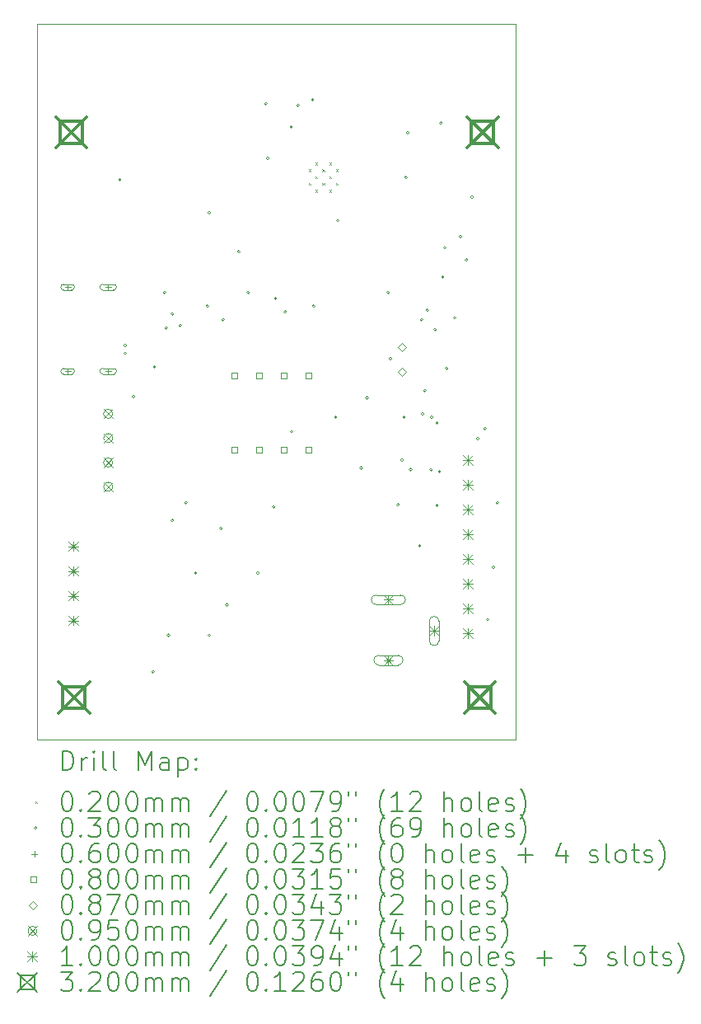
<source format=gbr>
%TF.GenerationSoftware,KiCad,Pcbnew,8.0.3*%
%TF.CreationDate,2024-07-09T19:19:06+01:00*%
%TF.ProjectId,LEDStrip,4c454453-7472-4697-902e-6b696361645f,rev?*%
%TF.SameCoordinates,Original*%
%TF.FileFunction,Drillmap*%
%TF.FilePolarity,Positive*%
%FSLAX45Y45*%
G04 Gerber Fmt 4.5, Leading zero omitted, Abs format (unit mm)*
G04 Created by KiCad (PCBNEW 8.0.3) date 2024-07-09 19:19:06*
%MOMM*%
%LPD*%
G01*
G04 APERTURE LIST*
%ADD10C,0.050000*%
%ADD11C,0.200000*%
%ADD12C,0.100000*%
%ADD13C,0.320000*%
G04 APERTURE END LIST*
D10*
X12512250Y-5685000D02*
X17427750Y-5685000D01*
X17427750Y-13033000D01*
X12512250Y-13033000D01*
X12512250Y-5685000D01*
D11*
D12*
X15301500Y-7176000D02*
X15321500Y-7196000D01*
X15321500Y-7176000D02*
X15301500Y-7196000D01*
X15301500Y-7316000D02*
X15321500Y-7336000D01*
X15321500Y-7316000D02*
X15301500Y-7336000D01*
X15371500Y-7106000D02*
X15391500Y-7126000D01*
X15391500Y-7106000D02*
X15371500Y-7126000D01*
X15371500Y-7246000D02*
X15391500Y-7266000D01*
X15391500Y-7246000D02*
X15371500Y-7266000D01*
X15371500Y-7386000D02*
X15391500Y-7406000D01*
X15391500Y-7386000D02*
X15371500Y-7406000D01*
X15441500Y-7176000D02*
X15461500Y-7196000D01*
X15461500Y-7176000D02*
X15441500Y-7196000D01*
X15441500Y-7316000D02*
X15461500Y-7336000D01*
X15461500Y-7316000D02*
X15441500Y-7336000D01*
X15511500Y-7106000D02*
X15531500Y-7126000D01*
X15531500Y-7106000D02*
X15511500Y-7126000D01*
X15511500Y-7246000D02*
X15531500Y-7266000D01*
X15531500Y-7246000D02*
X15511500Y-7266000D01*
X15511500Y-7386000D02*
X15531500Y-7406000D01*
X15531500Y-7386000D02*
X15511500Y-7406000D01*
X15581500Y-7176000D02*
X15601500Y-7196000D01*
X15601500Y-7176000D02*
X15581500Y-7196000D01*
X15581500Y-7316000D02*
X15601500Y-7336000D01*
X15601500Y-7316000D02*
X15581500Y-7336000D01*
X13375000Y-7280000D02*
G75*
G02*
X13345000Y-7280000I-15000J0D01*
G01*
X13345000Y-7280000D02*
G75*
G02*
X13375000Y-7280000I15000J0D01*
G01*
X13431000Y-8985000D02*
G75*
G02*
X13401000Y-8985000I-15000J0D01*
G01*
X13401000Y-8985000D02*
G75*
G02*
X13431000Y-8985000I15000J0D01*
G01*
X13431000Y-9065000D02*
G75*
G02*
X13401000Y-9065000I-15000J0D01*
G01*
X13401000Y-9065000D02*
G75*
G02*
X13431000Y-9065000I15000J0D01*
G01*
X13515000Y-9510000D02*
G75*
G02*
X13485000Y-9510000I-15000J0D01*
G01*
X13485000Y-9510000D02*
G75*
G02*
X13515000Y-9510000I15000J0D01*
G01*
X13715000Y-12334553D02*
G75*
G02*
X13685000Y-12334553I-15000J0D01*
G01*
X13685000Y-12334553D02*
G75*
G02*
X13715000Y-12334553I15000J0D01*
G01*
X13731000Y-9205000D02*
G75*
G02*
X13701000Y-9205000I-15000J0D01*
G01*
X13701000Y-9205000D02*
G75*
G02*
X13731000Y-9205000I15000J0D01*
G01*
X13835000Y-8440000D02*
G75*
G02*
X13805000Y-8440000I-15000J0D01*
G01*
X13805000Y-8440000D02*
G75*
G02*
X13835000Y-8440000I15000J0D01*
G01*
X13851000Y-8805000D02*
G75*
G02*
X13821000Y-8805000I-15000J0D01*
G01*
X13821000Y-8805000D02*
G75*
G02*
X13851000Y-8805000I15000J0D01*
G01*
X13875000Y-11960000D02*
G75*
G02*
X13845000Y-11960000I-15000J0D01*
G01*
X13845000Y-11960000D02*
G75*
G02*
X13875000Y-11960000I15000J0D01*
G01*
X13915000Y-8660000D02*
G75*
G02*
X13885000Y-8660000I-15000J0D01*
G01*
X13885000Y-8660000D02*
G75*
G02*
X13915000Y-8660000I15000J0D01*
G01*
X13915000Y-10780000D02*
G75*
G02*
X13885000Y-10780000I-15000J0D01*
G01*
X13885000Y-10780000D02*
G75*
G02*
X13915000Y-10780000I15000J0D01*
G01*
X13995000Y-8780000D02*
G75*
G02*
X13965000Y-8780000I-15000J0D01*
G01*
X13965000Y-8780000D02*
G75*
G02*
X13995000Y-8780000I15000J0D01*
G01*
X14055000Y-10600000D02*
G75*
G02*
X14025000Y-10600000I-15000J0D01*
G01*
X14025000Y-10600000D02*
G75*
G02*
X14055000Y-10600000I15000J0D01*
G01*
X14155000Y-11320000D02*
G75*
G02*
X14125000Y-11320000I-15000J0D01*
G01*
X14125000Y-11320000D02*
G75*
G02*
X14155000Y-11320000I15000J0D01*
G01*
X14275000Y-8580000D02*
G75*
G02*
X14245000Y-8580000I-15000J0D01*
G01*
X14245000Y-8580000D02*
G75*
G02*
X14275000Y-8580000I15000J0D01*
G01*
X14295000Y-7620000D02*
G75*
G02*
X14265000Y-7620000I-15000J0D01*
G01*
X14265000Y-7620000D02*
G75*
G02*
X14295000Y-7620000I15000J0D01*
G01*
X14295000Y-11960000D02*
G75*
G02*
X14265000Y-11960000I-15000J0D01*
G01*
X14265000Y-11960000D02*
G75*
G02*
X14295000Y-11960000I15000J0D01*
G01*
X14415000Y-10860000D02*
G75*
G02*
X14385000Y-10860000I-15000J0D01*
G01*
X14385000Y-10860000D02*
G75*
G02*
X14415000Y-10860000I15000J0D01*
G01*
X14435000Y-8720000D02*
G75*
G02*
X14405000Y-8720000I-15000J0D01*
G01*
X14405000Y-8720000D02*
G75*
G02*
X14435000Y-8720000I15000J0D01*
G01*
X14475000Y-11645000D02*
G75*
G02*
X14445000Y-11645000I-15000J0D01*
G01*
X14445000Y-11645000D02*
G75*
G02*
X14475000Y-11645000I15000J0D01*
G01*
X14595000Y-8020000D02*
G75*
G02*
X14565000Y-8020000I-15000J0D01*
G01*
X14565000Y-8020000D02*
G75*
G02*
X14595000Y-8020000I15000J0D01*
G01*
X14695000Y-8440000D02*
G75*
G02*
X14665000Y-8440000I-15000J0D01*
G01*
X14665000Y-8440000D02*
G75*
G02*
X14695000Y-8440000I15000J0D01*
G01*
X14795000Y-11320000D02*
G75*
G02*
X14765000Y-11320000I-15000J0D01*
G01*
X14765000Y-11320000D02*
G75*
G02*
X14795000Y-11320000I15000J0D01*
G01*
X14875000Y-6500000D02*
G75*
G02*
X14845000Y-6500000I-15000J0D01*
G01*
X14845000Y-6500000D02*
G75*
G02*
X14875000Y-6500000I15000J0D01*
G01*
X14895000Y-7060000D02*
G75*
G02*
X14865000Y-7060000I-15000J0D01*
G01*
X14865000Y-7060000D02*
G75*
G02*
X14895000Y-7060000I15000J0D01*
G01*
X14955000Y-10640000D02*
G75*
G02*
X14925000Y-10640000I-15000J0D01*
G01*
X14925000Y-10640000D02*
G75*
G02*
X14955000Y-10640000I15000J0D01*
G01*
X14975000Y-8500000D02*
G75*
G02*
X14945000Y-8500000I-15000J0D01*
G01*
X14945000Y-8500000D02*
G75*
G02*
X14975000Y-8500000I15000J0D01*
G01*
X15075000Y-8640000D02*
G75*
G02*
X15045000Y-8640000I-15000J0D01*
G01*
X15045000Y-8640000D02*
G75*
G02*
X15075000Y-8640000I15000J0D01*
G01*
X15135000Y-6740000D02*
G75*
G02*
X15105000Y-6740000I-15000J0D01*
G01*
X15105000Y-6740000D02*
G75*
G02*
X15135000Y-6740000I15000J0D01*
G01*
X15140940Y-9869207D02*
G75*
G02*
X15110940Y-9869207I-15000J0D01*
G01*
X15110940Y-9869207D02*
G75*
G02*
X15140940Y-9869207I15000J0D01*
G01*
X15205000Y-6517500D02*
G75*
G02*
X15175000Y-6517500I-15000J0D01*
G01*
X15175000Y-6517500D02*
G75*
G02*
X15205000Y-6517500I15000J0D01*
G01*
X15355000Y-6460000D02*
G75*
G02*
X15325000Y-6460000I-15000J0D01*
G01*
X15325000Y-6460000D02*
G75*
G02*
X15355000Y-6460000I15000J0D01*
G01*
X15366000Y-8580000D02*
G75*
G02*
X15336000Y-8580000I-15000J0D01*
G01*
X15336000Y-8580000D02*
G75*
G02*
X15366000Y-8580000I15000J0D01*
G01*
X15595000Y-9720000D02*
G75*
G02*
X15565000Y-9720000I-15000J0D01*
G01*
X15565000Y-9720000D02*
G75*
G02*
X15595000Y-9720000I15000J0D01*
G01*
X15615000Y-7700000D02*
G75*
G02*
X15585000Y-7700000I-15000J0D01*
G01*
X15585000Y-7700000D02*
G75*
G02*
X15615000Y-7700000I15000J0D01*
G01*
X15855000Y-10240000D02*
G75*
G02*
X15825000Y-10240000I-15000J0D01*
G01*
X15825000Y-10240000D02*
G75*
G02*
X15855000Y-10240000I15000J0D01*
G01*
X15915000Y-9520000D02*
G75*
G02*
X15885000Y-9520000I-15000J0D01*
G01*
X15885000Y-9520000D02*
G75*
G02*
X15915000Y-9520000I15000J0D01*
G01*
X16135000Y-8440000D02*
G75*
G02*
X16105000Y-8440000I-15000J0D01*
G01*
X16105000Y-8440000D02*
G75*
G02*
X16135000Y-8440000I15000J0D01*
G01*
X16155000Y-9120000D02*
G75*
G02*
X16125000Y-9120000I-15000J0D01*
G01*
X16125000Y-9120000D02*
G75*
G02*
X16155000Y-9120000I15000J0D01*
G01*
X16235000Y-10620000D02*
G75*
G02*
X16205000Y-10620000I-15000J0D01*
G01*
X16205000Y-10620000D02*
G75*
G02*
X16235000Y-10620000I15000J0D01*
G01*
X16275000Y-10160000D02*
G75*
G02*
X16245000Y-10160000I-15000J0D01*
G01*
X16245000Y-10160000D02*
G75*
G02*
X16275000Y-10160000I15000J0D01*
G01*
X16295000Y-9720000D02*
G75*
G02*
X16265000Y-9720000I-15000J0D01*
G01*
X16265000Y-9720000D02*
G75*
G02*
X16295000Y-9720000I15000J0D01*
G01*
X16315000Y-7260000D02*
G75*
G02*
X16285000Y-7260000I-15000J0D01*
G01*
X16285000Y-7260000D02*
G75*
G02*
X16315000Y-7260000I15000J0D01*
G01*
X16335000Y-6800000D02*
G75*
G02*
X16305000Y-6800000I-15000J0D01*
G01*
X16305000Y-6800000D02*
G75*
G02*
X16335000Y-6800000I15000J0D01*
G01*
X16363689Y-10259889D02*
G75*
G02*
X16333689Y-10259889I-15000J0D01*
G01*
X16333689Y-10259889D02*
G75*
G02*
X16363689Y-10259889I15000J0D01*
G01*
X16457426Y-11042427D02*
G75*
G02*
X16427426Y-11042427I-15000J0D01*
G01*
X16427426Y-11042427D02*
G75*
G02*
X16457426Y-11042427I15000J0D01*
G01*
X16475000Y-8720000D02*
G75*
G02*
X16445000Y-8720000I-15000J0D01*
G01*
X16445000Y-8720000D02*
G75*
G02*
X16475000Y-8720000I15000J0D01*
G01*
X16485659Y-9687500D02*
G75*
G02*
X16455659Y-9687500I-15000J0D01*
G01*
X16455659Y-9687500D02*
G75*
G02*
X16485659Y-9687500I15000J0D01*
G01*
X16508256Y-9447500D02*
G75*
G02*
X16478256Y-9447500I-15000J0D01*
G01*
X16478256Y-9447500D02*
G75*
G02*
X16508256Y-9447500I15000J0D01*
G01*
X16535000Y-8620000D02*
G75*
G02*
X16505000Y-8620000I-15000J0D01*
G01*
X16505000Y-8620000D02*
G75*
G02*
X16535000Y-8620000I15000J0D01*
G01*
X16575000Y-10260000D02*
G75*
G02*
X16545000Y-10260000I-15000J0D01*
G01*
X16545000Y-10260000D02*
G75*
G02*
X16575000Y-10260000I15000J0D01*
G01*
X16579994Y-9719553D02*
G75*
G02*
X16549994Y-9719553I-15000J0D01*
G01*
X16549994Y-9719553D02*
G75*
G02*
X16579994Y-9719553I15000J0D01*
G01*
X16615000Y-8820000D02*
G75*
G02*
X16585000Y-8820000I-15000J0D01*
G01*
X16585000Y-8820000D02*
G75*
G02*
X16615000Y-8820000I15000J0D01*
G01*
X16635000Y-9780000D02*
G75*
G02*
X16605000Y-9780000I-15000J0D01*
G01*
X16605000Y-9780000D02*
G75*
G02*
X16635000Y-9780000I15000J0D01*
G01*
X16635077Y-10627046D02*
G75*
G02*
X16605077Y-10627046I-15000J0D01*
G01*
X16605077Y-10627046D02*
G75*
G02*
X16635077Y-10627046I15000J0D01*
G01*
X16660000Y-10280000D02*
G75*
G02*
X16630000Y-10280000I-15000J0D01*
G01*
X16630000Y-10280000D02*
G75*
G02*
X16660000Y-10280000I15000J0D01*
G01*
X16675000Y-6700000D02*
G75*
G02*
X16645000Y-6700000I-15000J0D01*
G01*
X16645000Y-6700000D02*
G75*
G02*
X16675000Y-6700000I15000J0D01*
G01*
X16695000Y-8280000D02*
G75*
G02*
X16665000Y-8280000I-15000J0D01*
G01*
X16665000Y-8280000D02*
G75*
G02*
X16695000Y-8280000I15000J0D01*
G01*
X16715000Y-7980000D02*
G75*
G02*
X16685000Y-7980000I-15000J0D01*
G01*
X16685000Y-7980000D02*
G75*
G02*
X16715000Y-7980000I15000J0D01*
G01*
X16735000Y-9220000D02*
G75*
G02*
X16705000Y-9220000I-15000J0D01*
G01*
X16705000Y-9220000D02*
G75*
G02*
X16735000Y-9220000I15000J0D01*
G01*
X16815000Y-8700000D02*
G75*
G02*
X16785000Y-8700000I-15000J0D01*
G01*
X16785000Y-8700000D02*
G75*
G02*
X16815000Y-8700000I15000J0D01*
G01*
X16876500Y-7865000D02*
G75*
G02*
X16846500Y-7865000I-15000J0D01*
G01*
X16846500Y-7865000D02*
G75*
G02*
X16876500Y-7865000I15000J0D01*
G01*
X16936500Y-8105000D02*
G75*
G02*
X16906500Y-8105000I-15000J0D01*
G01*
X16906500Y-8105000D02*
G75*
G02*
X16936500Y-8105000I15000J0D01*
G01*
X16995000Y-7460000D02*
G75*
G02*
X16965000Y-7460000I-15000J0D01*
G01*
X16965000Y-7460000D02*
G75*
G02*
X16995000Y-7460000I15000J0D01*
G01*
X17055000Y-9940000D02*
G75*
G02*
X17025000Y-9940000I-15000J0D01*
G01*
X17025000Y-9940000D02*
G75*
G02*
X17055000Y-9940000I15000J0D01*
G01*
X17127782Y-9835000D02*
G75*
G02*
X17097782Y-9835000I-15000J0D01*
G01*
X17097782Y-9835000D02*
G75*
G02*
X17127782Y-9835000I15000J0D01*
G01*
X17155000Y-11800000D02*
G75*
G02*
X17125000Y-11800000I-15000J0D01*
G01*
X17125000Y-11800000D02*
G75*
G02*
X17155000Y-11800000I15000J0D01*
G01*
X17215000Y-11260000D02*
G75*
G02*
X17185000Y-11260000I-15000J0D01*
G01*
X17185000Y-11260000D02*
G75*
G02*
X17215000Y-11260000I15000J0D01*
G01*
X17255000Y-10600000D02*
G75*
G02*
X17225000Y-10600000I-15000J0D01*
G01*
X17225000Y-10600000D02*
G75*
G02*
X17255000Y-10600000I15000J0D01*
G01*
X12823000Y-8355000D02*
X12823000Y-8415000D01*
X12793000Y-8385000D02*
X12853000Y-8385000D01*
X12783000Y-8415000D02*
X12863000Y-8415000D01*
X12863000Y-8355000D02*
G75*
G02*
X12863000Y-8415000I0J-30000D01*
G01*
X12863000Y-8355000D02*
X12783000Y-8355000D01*
X12783000Y-8355000D02*
G75*
G03*
X12783000Y-8415000I0J-30000D01*
G01*
X12823000Y-9219000D02*
X12823000Y-9279000D01*
X12793000Y-9249000D02*
X12853000Y-9249000D01*
X12783000Y-9279000D02*
X12863000Y-9279000D01*
X12863000Y-9219000D02*
G75*
G02*
X12863000Y-9279000I0J-30000D01*
G01*
X12863000Y-9219000D02*
X12783000Y-9219000D01*
X12783000Y-9219000D02*
G75*
G03*
X12783000Y-9279000I0J-30000D01*
G01*
X13240000Y-8355000D02*
X13240000Y-8415000D01*
X13210000Y-8385000D02*
X13270000Y-8385000D01*
X13185000Y-8415000D02*
X13295000Y-8415000D01*
X13295000Y-8355000D02*
G75*
G02*
X13295000Y-8415000I0J-30000D01*
G01*
X13295000Y-8355000D02*
X13185000Y-8355000D01*
X13185000Y-8355000D02*
G75*
G03*
X13185000Y-8415000I0J-30000D01*
G01*
X13240000Y-9219000D02*
X13240000Y-9279000D01*
X13210000Y-9249000D02*
X13270000Y-9249000D01*
X13185000Y-9279000D02*
X13295000Y-9279000D01*
X13295000Y-9219000D02*
G75*
G02*
X13295000Y-9279000I0J-30000D01*
G01*
X13295000Y-9219000D02*
X13185000Y-9219000D01*
X13185000Y-9219000D02*
G75*
G03*
X13185000Y-9279000I0J-30000D01*
G01*
X14566284Y-9320785D02*
X14566284Y-9264216D01*
X14509715Y-9264216D01*
X14509715Y-9320785D01*
X14566284Y-9320785D01*
X14566284Y-10082785D02*
X14566284Y-10026216D01*
X14509715Y-10026216D01*
X14509715Y-10082785D01*
X14566284Y-10082785D01*
X14820284Y-9320785D02*
X14820284Y-9264216D01*
X14763715Y-9264216D01*
X14763715Y-9320785D01*
X14820284Y-9320785D01*
X14820284Y-10082785D02*
X14820284Y-10026216D01*
X14763715Y-10026216D01*
X14763715Y-10082785D01*
X14820284Y-10082785D01*
X15074284Y-9320785D02*
X15074284Y-9264216D01*
X15017715Y-9264216D01*
X15017715Y-9320785D01*
X15074284Y-9320785D01*
X15074284Y-10082785D02*
X15074284Y-10026216D01*
X15017715Y-10026216D01*
X15017715Y-10082785D01*
X15074284Y-10082785D01*
X15328284Y-9320785D02*
X15328284Y-9264216D01*
X15271715Y-9264216D01*
X15271715Y-9320785D01*
X15328284Y-9320785D01*
X15328284Y-10082785D02*
X15328284Y-10026216D01*
X15271715Y-10026216D01*
X15271715Y-10082785D01*
X15328284Y-10082785D01*
X16260000Y-9043500D02*
X16303500Y-9000000D01*
X16260000Y-8956500D01*
X16216500Y-9000000D01*
X16260000Y-9043500D01*
X16260000Y-9297500D02*
X16303500Y-9254000D01*
X16260000Y-9210500D01*
X16216500Y-9254000D01*
X16260000Y-9297500D01*
X13192500Y-9637500D02*
X13287500Y-9732500D01*
X13287500Y-9637500D02*
X13192500Y-9732500D01*
X13287500Y-9685000D02*
G75*
G02*
X13192500Y-9685000I-47500J0D01*
G01*
X13192500Y-9685000D02*
G75*
G02*
X13287500Y-9685000I47500J0D01*
G01*
X13192500Y-9887500D02*
X13287500Y-9982500D01*
X13287500Y-9887500D02*
X13192500Y-9982500D01*
X13287500Y-9935000D02*
G75*
G02*
X13192500Y-9935000I-47500J0D01*
G01*
X13192500Y-9935000D02*
G75*
G02*
X13287500Y-9935000I47500J0D01*
G01*
X13192500Y-10137500D02*
X13287500Y-10232500D01*
X13287500Y-10137500D02*
X13192500Y-10232500D01*
X13287500Y-10185000D02*
G75*
G02*
X13192500Y-10185000I-47500J0D01*
G01*
X13192500Y-10185000D02*
G75*
G02*
X13287500Y-10185000I47500J0D01*
G01*
X13192500Y-10387500D02*
X13287500Y-10482500D01*
X13287500Y-10387500D02*
X13192500Y-10482500D01*
X13287500Y-10435000D02*
G75*
G02*
X13192500Y-10435000I-47500J0D01*
G01*
X13192500Y-10435000D02*
G75*
G02*
X13287500Y-10435000I47500J0D01*
G01*
X12830000Y-10996000D02*
X12930000Y-11096000D01*
X12930000Y-10996000D02*
X12830000Y-11096000D01*
X12880000Y-10996000D02*
X12880000Y-11096000D01*
X12830000Y-11046000D02*
X12930000Y-11046000D01*
X12830000Y-11250000D02*
X12930000Y-11350000D01*
X12930000Y-11250000D02*
X12830000Y-11350000D01*
X12880000Y-11250000D02*
X12880000Y-11350000D01*
X12830000Y-11300000D02*
X12930000Y-11300000D01*
X12830000Y-11504000D02*
X12930000Y-11604000D01*
X12930000Y-11504000D02*
X12830000Y-11604000D01*
X12880000Y-11504000D02*
X12880000Y-11604000D01*
X12830000Y-11554000D02*
X12930000Y-11554000D01*
X12830000Y-11758000D02*
X12930000Y-11858000D01*
X12930000Y-11758000D02*
X12830000Y-11858000D01*
X12880000Y-11758000D02*
X12880000Y-11858000D01*
X12830000Y-11808000D02*
X12930000Y-11808000D01*
X16070000Y-11545000D02*
X16170000Y-11645000D01*
X16170000Y-11545000D02*
X16070000Y-11645000D01*
X16120000Y-11545000D02*
X16120000Y-11645000D01*
X16070000Y-11595000D02*
X16170000Y-11595000D01*
X15995000Y-11645000D02*
X16245000Y-11645000D01*
X16245000Y-11545000D02*
G75*
G02*
X16245000Y-11645000I0J-50000D01*
G01*
X16245000Y-11545000D02*
X15995000Y-11545000D01*
X15995000Y-11545000D02*
G75*
G03*
X15995000Y-11645000I0J-50000D01*
G01*
X16070000Y-12165000D02*
X16170000Y-12265000D01*
X16170000Y-12165000D02*
X16070000Y-12265000D01*
X16120000Y-12165000D02*
X16120000Y-12265000D01*
X16070000Y-12215000D02*
X16170000Y-12215000D01*
X16020000Y-12265000D02*
X16220000Y-12265000D01*
X16220000Y-12165000D02*
G75*
G02*
X16220000Y-12265000I0J-50000D01*
G01*
X16220000Y-12165000D02*
X16020000Y-12165000D01*
X16020000Y-12165000D02*
G75*
G03*
X16020000Y-12265000I0J-50000D01*
G01*
X16540000Y-11865000D02*
X16640000Y-11965000D01*
X16640000Y-11865000D02*
X16540000Y-11965000D01*
X16590000Y-11865000D02*
X16590000Y-11965000D01*
X16540000Y-11915000D02*
X16640000Y-11915000D01*
X16640000Y-12015000D02*
X16640000Y-11815000D01*
X16540000Y-11815000D02*
G75*
G02*
X16640000Y-11815000I50000J0D01*
G01*
X16540000Y-11815000D02*
X16540000Y-12015000D01*
X16540000Y-12015000D02*
G75*
G03*
X16640000Y-12015000I50000J0D01*
G01*
X16890000Y-10112000D02*
X16990000Y-10212000D01*
X16990000Y-10112000D02*
X16890000Y-10212000D01*
X16940000Y-10112000D02*
X16940000Y-10212000D01*
X16890000Y-10162000D02*
X16990000Y-10162000D01*
X16890000Y-10366000D02*
X16990000Y-10466000D01*
X16990000Y-10366000D02*
X16890000Y-10466000D01*
X16940000Y-10366000D02*
X16940000Y-10466000D01*
X16890000Y-10416000D02*
X16990000Y-10416000D01*
X16890000Y-10620000D02*
X16990000Y-10720000D01*
X16990000Y-10620000D02*
X16890000Y-10720000D01*
X16940000Y-10620000D02*
X16940000Y-10720000D01*
X16890000Y-10670000D02*
X16990000Y-10670000D01*
X16890000Y-10874000D02*
X16990000Y-10974000D01*
X16990000Y-10874000D02*
X16890000Y-10974000D01*
X16940000Y-10874000D02*
X16940000Y-10974000D01*
X16890000Y-10924000D02*
X16990000Y-10924000D01*
X16890000Y-11128000D02*
X16990000Y-11228000D01*
X16990000Y-11128000D02*
X16890000Y-11228000D01*
X16940000Y-11128000D02*
X16940000Y-11228000D01*
X16890000Y-11178000D02*
X16990000Y-11178000D01*
X16890000Y-11382000D02*
X16990000Y-11482000D01*
X16990000Y-11382000D02*
X16890000Y-11482000D01*
X16940000Y-11382000D02*
X16940000Y-11482000D01*
X16890000Y-11432000D02*
X16990000Y-11432000D01*
X16890000Y-11636000D02*
X16990000Y-11736000D01*
X16990000Y-11636000D02*
X16890000Y-11736000D01*
X16940000Y-11636000D02*
X16940000Y-11736000D01*
X16890000Y-11686000D02*
X16990000Y-11686000D01*
X16890000Y-11890000D02*
X16990000Y-11990000D01*
X16990000Y-11890000D02*
X16890000Y-11990000D01*
X16940000Y-11890000D02*
X16940000Y-11990000D01*
X16890000Y-11940000D02*
X16990000Y-11940000D01*
D13*
X12700000Y-6635000D02*
X13020000Y-6955000D01*
X13020000Y-6635000D02*
X12700000Y-6955000D01*
X12973138Y-6908138D02*
X12973138Y-6681862D01*
X12746862Y-6681862D01*
X12746862Y-6908138D01*
X12973138Y-6908138D01*
X12727500Y-12440000D02*
X13047500Y-12760000D01*
X13047500Y-12440000D02*
X12727500Y-12760000D01*
X13000638Y-12713138D02*
X13000638Y-12486862D01*
X12774362Y-12486862D01*
X12774362Y-12713138D01*
X13000638Y-12713138D01*
X16900000Y-12440000D02*
X17220000Y-12760000D01*
X17220000Y-12440000D02*
X16900000Y-12760000D01*
X17173138Y-12713138D02*
X17173138Y-12486862D01*
X16946862Y-12486862D01*
X16946862Y-12713138D01*
X17173138Y-12713138D01*
X16927500Y-6635000D02*
X17247500Y-6955000D01*
X17247500Y-6635000D02*
X16927500Y-6955000D01*
X17200638Y-6908138D02*
X17200638Y-6681862D01*
X16974362Y-6681862D01*
X16974362Y-6908138D01*
X17200638Y-6908138D01*
D11*
X12770527Y-13346984D02*
X12770527Y-13146984D01*
X12770527Y-13146984D02*
X12818146Y-13146984D01*
X12818146Y-13146984D02*
X12846717Y-13156508D01*
X12846717Y-13156508D02*
X12865765Y-13175555D01*
X12865765Y-13175555D02*
X12875289Y-13194603D01*
X12875289Y-13194603D02*
X12884812Y-13232698D01*
X12884812Y-13232698D02*
X12884812Y-13261269D01*
X12884812Y-13261269D02*
X12875289Y-13299365D01*
X12875289Y-13299365D02*
X12865765Y-13318412D01*
X12865765Y-13318412D02*
X12846717Y-13337460D01*
X12846717Y-13337460D02*
X12818146Y-13346984D01*
X12818146Y-13346984D02*
X12770527Y-13346984D01*
X12970527Y-13346984D02*
X12970527Y-13213650D01*
X12970527Y-13251746D02*
X12980051Y-13232698D01*
X12980051Y-13232698D02*
X12989574Y-13223174D01*
X12989574Y-13223174D02*
X13008622Y-13213650D01*
X13008622Y-13213650D02*
X13027670Y-13213650D01*
X13094336Y-13346984D02*
X13094336Y-13213650D01*
X13094336Y-13146984D02*
X13084812Y-13156508D01*
X13084812Y-13156508D02*
X13094336Y-13166031D01*
X13094336Y-13166031D02*
X13103860Y-13156508D01*
X13103860Y-13156508D02*
X13094336Y-13146984D01*
X13094336Y-13146984D02*
X13094336Y-13166031D01*
X13218146Y-13346984D02*
X13199098Y-13337460D01*
X13199098Y-13337460D02*
X13189574Y-13318412D01*
X13189574Y-13318412D02*
X13189574Y-13146984D01*
X13322908Y-13346984D02*
X13303860Y-13337460D01*
X13303860Y-13337460D02*
X13294336Y-13318412D01*
X13294336Y-13318412D02*
X13294336Y-13146984D01*
X13551479Y-13346984D02*
X13551479Y-13146984D01*
X13551479Y-13146984D02*
X13618146Y-13289841D01*
X13618146Y-13289841D02*
X13684812Y-13146984D01*
X13684812Y-13146984D02*
X13684812Y-13346984D01*
X13865765Y-13346984D02*
X13865765Y-13242222D01*
X13865765Y-13242222D02*
X13856241Y-13223174D01*
X13856241Y-13223174D02*
X13837193Y-13213650D01*
X13837193Y-13213650D02*
X13799098Y-13213650D01*
X13799098Y-13213650D02*
X13780051Y-13223174D01*
X13865765Y-13337460D02*
X13846717Y-13346984D01*
X13846717Y-13346984D02*
X13799098Y-13346984D01*
X13799098Y-13346984D02*
X13780051Y-13337460D01*
X13780051Y-13337460D02*
X13770527Y-13318412D01*
X13770527Y-13318412D02*
X13770527Y-13299365D01*
X13770527Y-13299365D02*
X13780051Y-13280317D01*
X13780051Y-13280317D02*
X13799098Y-13270793D01*
X13799098Y-13270793D02*
X13846717Y-13270793D01*
X13846717Y-13270793D02*
X13865765Y-13261269D01*
X13961003Y-13213650D02*
X13961003Y-13413650D01*
X13961003Y-13223174D02*
X13980051Y-13213650D01*
X13980051Y-13213650D02*
X14018146Y-13213650D01*
X14018146Y-13213650D02*
X14037193Y-13223174D01*
X14037193Y-13223174D02*
X14046717Y-13232698D01*
X14046717Y-13232698D02*
X14056241Y-13251746D01*
X14056241Y-13251746D02*
X14056241Y-13308888D01*
X14056241Y-13308888D02*
X14046717Y-13327936D01*
X14046717Y-13327936D02*
X14037193Y-13337460D01*
X14037193Y-13337460D02*
X14018146Y-13346984D01*
X14018146Y-13346984D02*
X13980051Y-13346984D01*
X13980051Y-13346984D02*
X13961003Y-13337460D01*
X14141955Y-13327936D02*
X14151479Y-13337460D01*
X14151479Y-13337460D02*
X14141955Y-13346984D01*
X14141955Y-13346984D02*
X14132432Y-13337460D01*
X14132432Y-13337460D02*
X14141955Y-13327936D01*
X14141955Y-13327936D02*
X14141955Y-13346984D01*
X14141955Y-13223174D02*
X14151479Y-13232698D01*
X14151479Y-13232698D02*
X14141955Y-13242222D01*
X14141955Y-13242222D02*
X14132432Y-13232698D01*
X14132432Y-13232698D02*
X14141955Y-13223174D01*
X14141955Y-13223174D02*
X14141955Y-13242222D01*
D12*
X12489750Y-13665500D02*
X12509750Y-13685500D01*
X12509750Y-13665500D02*
X12489750Y-13685500D01*
D11*
X12808622Y-13566984D02*
X12827670Y-13566984D01*
X12827670Y-13566984D02*
X12846717Y-13576508D01*
X12846717Y-13576508D02*
X12856241Y-13586031D01*
X12856241Y-13586031D02*
X12865765Y-13605079D01*
X12865765Y-13605079D02*
X12875289Y-13643174D01*
X12875289Y-13643174D02*
X12875289Y-13690793D01*
X12875289Y-13690793D02*
X12865765Y-13728888D01*
X12865765Y-13728888D02*
X12856241Y-13747936D01*
X12856241Y-13747936D02*
X12846717Y-13757460D01*
X12846717Y-13757460D02*
X12827670Y-13766984D01*
X12827670Y-13766984D02*
X12808622Y-13766984D01*
X12808622Y-13766984D02*
X12789574Y-13757460D01*
X12789574Y-13757460D02*
X12780051Y-13747936D01*
X12780051Y-13747936D02*
X12770527Y-13728888D01*
X12770527Y-13728888D02*
X12761003Y-13690793D01*
X12761003Y-13690793D02*
X12761003Y-13643174D01*
X12761003Y-13643174D02*
X12770527Y-13605079D01*
X12770527Y-13605079D02*
X12780051Y-13586031D01*
X12780051Y-13586031D02*
X12789574Y-13576508D01*
X12789574Y-13576508D02*
X12808622Y-13566984D01*
X12961003Y-13747936D02*
X12970527Y-13757460D01*
X12970527Y-13757460D02*
X12961003Y-13766984D01*
X12961003Y-13766984D02*
X12951479Y-13757460D01*
X12951479Y-13757460D02*
X12961003Y-13747936D01*
X12961003Y-13747936D02*
X12961003Y-13766984D01*
X13046717Y-13586031D02*
X13056241Y-13576508D01*
X13056241Y-13576508D02*
X13075289Y-13566984D01*
X13075289Y-13566984D02*
X13122908Y-13566984D01*
X13122908Y-13566984D02*
X13141955Y-13576508D01*
X13141955Y-13576508D02*
X13151479Y-13586031D01*
X13151479Y-13586031D02*
X13161003Y-13605079D01*
X13161003Y-13605079D02*
X13161003Y-13624127D01*
X13161003Y-13624127D02*
X13151479Y-13652698D01*
X13151479Y-13652698D02*
X13037193Y-13766984D01*
X13037193Y-13766984D02*
X13161003Y-13766984D01*
X13284812Y-13566984D02*
X13303860Y-13566984D01*
X13303860Y-13566984D02*
X13322908Y-13576508D01*
X13322908Y-13576508D02*
X13332432Y-13586031D01*
X13332432Y-13586031D02*
X13341955Y-13605079D01*
X13341955Y-13605079D02*
X13351479Y-13643174D01*
X13351479Y-13643174D02*
X13351479Y-13690793D01*
X13351479Y-13690793D02*
X13341955Y-13728888D01*
X13341955Y-13728888D02*
X13332432Y-13747936D01*
X13332432Y-13747936D02*
X13322908Y-13757460D01*
X13322908Y-13757460D02*
X13303860Y-13766984D01*
X13303860Y-13766984D02*
X13284812Y-13766984D01*
X13284812Y-13766984D02*
X13265765Y-13757460D01*
X13265765Y-13757460D02*
X13256241Y-13747936D01*
X13256241Y-13747936D02*
X13246717Y-13728888D01*
X13246717Y-13728888D02*
X13237193Y-13690793D01*
X13237193Y-13690793D02*
X13237193Y-13643174D01*
X13237193Y-13643174D02*
X13246717Y-13605079D01*
X13246717Y-13605079D02*
X13256241Y-13586031D01*
X13256241Y-13586031D02*
X13265765Y-13576508D01*
X13265765Y-13576508D02*
X13284812Y-13566984D01*
X13475289Y-13566984D02*
X13494336Y-13566984D01*
X13494336Y-13566984D02*
X13513384Y-13576508D01*
X13513384Y-13576508D02*
X13522908Y-13586031D01*
X13522908Y-13586031D02*
X13532432Y-13605079D01*
X13532432Y-13605079D02*
X13541955Y-13643174D01*
X13541955Y-13643174D02*
X13541955Y-13690793D01*
X13541955Y-13690793D02*
X13532432Y-13728888D01*
X13532432Y-13728888D02*
X13522908Y-13747936D01*
X13522908Y-13747936D02*
X13513384Y-13757460D01*
X13513384Y-13757460D02*
X13494336Y-13766984D01*
X13494336Y-13766984D02*
X13475289Y-13766984D01*
X13475289Y-13766984D02*
X13456241Y-13757460D01*
X13456241Y-13757460D02*
X13446717Y-13747936D01*
X13446717Y-13747936D02*
X13437193Y-13728888D01*
X13437193Y-13728888D02*
X13427670Y-13690793D01*
X13427670Y-13690793D02*
X13427670Y-13643174D01*
X13427670Y-13643174D02*
X13437193Y-13605079D01*
X13437193Y-13605079D02*
X13446717Y-13586031D01*
X13446717Y-13586031D02*
X13456241Y-13576508D01*
X13456241Y-13576508D02*
X13475289Y-13566984D01*
X13627670Y-13766984D02*
X13627670Y-13633650D01*
X13627670Y-13652698D02*
X13637193Y-13643174D01*
X13637193Y-13643174D02*
X13656241Y-13633650D01*
X13656241Y-13633650D02*
X13684813Y-13633650D01*
X13684813Y-13633650D02*
X13703860Y-13643174D01*
X13703860Y-13643174D02*
X13713384Y-13662222D01*
X13713384Y-13662222D02*
X13713384Y-13766984D01*
X13713384Y-13662222D02*
X13722908Y-13643174D01*
X13722908Y-13643174D02*
X13741955Y-13633650D01*
X13741955Y-13633650D02*
X13770527Y-13633650D01*
X13770527Y-13633650D02*
X13789574Y-13643174D01*
X13789574Y-13643174D02*
X13799098Y-13662222D01*
X13799098Y-13662222D02*
X13799098Y-13766984D01*
X13894336Y-13766984D02*
X13894336Y-13633650D01*
X13894336Y-13652698D02*
X13903860Y-13643174D01*
X13903860Y-13643174D02*
X13922908Y-13633650D01*
X13922908Y-13633650D02*
X13951479Y-13633650D01*
X13951479Y-13633650D02*
X13970527Y-13643174D01*
X13970527Y-13643174D02*
X13980051Y-13662222D01*
X13980051Y-13662222D02*
X13980051Y-13766984D01*
X13980051Y-13662222D02*
X13989574Y-13643174D01*
X13989574Y-13643174D02*
X14008622Y-13633650D01*
X14008622Y-13633650D02*
X14037193Y-13633650D01*
X14037193Y-13633650D02*
X14056241Y-13643174D01*
X14056241Y-13643174D02*
X14065765Y-13662222D01*
X14065765Y-13662222D02*
X14065765Y-13766984D01*
X14456241Y-13557460D02*
X14284813Y-13814603D01*
X14713384Y-13566984D02*
X14732432Y-13566984D01*
X14732432Y-13566984D02*
X14751479Y-13576508D01*
X14751479Y-13576508D02*
X14761003Y-13586031D01*
X14761003Y-13586031D02*
X14770527Y-13605079D01*
X14770527Y-13605079D02*
X14780051Y-13643174D01*
X14780051Y-13643174D02*
X14780051Y-13690793D01*
X14780051Y-13690793D02*
X14770527Y-13728888D01*
X14770527Y-13728888D02*
X14761003Y-13747936D01*
X14761003Y-13747936D02*
X14751479Y-13757460D01*
X14751479Y-13757460D02*
X14732432Y-13766984D01*
X14732432Y-13766984D02*
X14713384Y-13766984D01*
X14713384Y-13766984D02*
X14694336Y-13757460D01*
X14694336Y-13757460D02*
X14684813Y-13747936D01*
X14684813Y-13747936D02*
X14675289Y-13728888D01*
X14675289Y-13728888D02*
X14665765Y-13690793D01*
X14665765Y-13690793D02*
X14665765Y-13643174D01*
X14665765Y-13643174D02*
X14675289Y-13605079D01*
X14675289Y-13605079D02*
X14684813Y-13586031D01*
X14684813Y-13586031D02*
X14694336Y-13576508D01*
X14694336Y-13576508D02*
X14713384Y-13566984D01*
X14865765Y-13747936D02*
X14875289Y-13757460D01*
X14875289Y-13757460D02*
X14865765Y-13766984D01*
X14865765Y-13766984D02*
X14856241Y-13757460D01*
X14856241Y-13757460D02*
X14865765Y-13747936D01*
X14865765Y-13747936D02*
X14865765Y-13766984D01*
X14999098Y-13566984D02*
X15018146Y-13566984D01*
X15018146Y-13566984D02*
X15037194Y-13576508D01*
X15037194Y-13576508D02*
X15046717Y-13586031D01*
X15046717Y-13586031D02*
X15056241Y-13605079D01*
X15056241Y-13605079D02*
X15065765Y-13643174D01*
X15065765Y-13643174D02*
X15065765Y-13690793D01*
X15065765Y-13690793D02*
X15056241Y-13728888D01*
X15056241Y-13728888D02*
X15046717Y-13747936D01*
X15046717Y-13747936D02*
X15037194Y-13757460D01*
X15037194Y-13757460D02*
X15018146Y-13766984D01*
X15018146Y-13766984D02*
X14999098Y-13766984D01*
X14999098Y-13766984D02*
X14980051Y-13757460D01*
X14980051Y-13757460D02*
X14970527Y-13747936D01*
X14970527Y-13747936D02*
X14961003Y-13728888D01*
X14961003Y-13728888D02*
X14951479Y-13690793D01*
X14951479Y-13690793D02*
X14951479Y-13643174D01*
X14951479Y-13643174D02*
X14961003Y-13605079D01*
X14961003Y-13605079D02*
X14970527Y-13586031D01*
X14970527Y-13586031D02*
X14980051Y-13576508D01*
X14980051Y-13576508D02*
X14999098Y-13566984D01*
X15189575Y-13566984D02*
X15208622Y-13566984D01*
X15208622Y-13566984D02*
X15227670Y-13576508D01*
X15227670Y-13576508D02*
X15237194Y-13586031D01*
X15237194Y-13586031D02*
X15246717Y-13605079D01*
X15246717Y-13605079D02*
X15256241Y-13643174D01*
X15256241Y-13643174D02*
X15256241Y-13690793D01*
X15256241Y-13690793D02*
X15246717Y-13728888D01*
X15246717Y-13728888D02*
X15237194Y-13747936D01*
X15237194Y-13747936D02*
X15227670Y-13757460D01*
X15227670Y-13757460D02*
X15208622Y-13766984D01*
X15208622Y-13766984D02*
X15189575Y-13766984D01*
X15189575Y-13766984D02*
X15170527Y-13757460D01*
X15170527Y-13757460D02*
X15161003Y-13747936D01*
X15161003Y-13747936D02*
X15151479Y-13728888D01*
X15151479Y-13728888D02*
X15141956Y-13690793D01*
X15141956Y-13690793D02*
X15141956Y-13643174D01*
X15141956Y-13643174D02*
X15151479Y-13605079D01*
X15151479Y-13605079D02*
X15161003Y-13586031D01*
X15161003Y-13586031D02*
X15170527Y-13576508D01*
X15170527Y-13576508D02*
X15189575Y-13566984D01*
X15322908Y-13566984D02*
X15456241Y-13566984D01*
X15456241Y-13566984D02*
X15370527Y-13766984D01*
X15541956Y-13766984D02*
X15580051Y-13766984D01*
X15580051Y-13766984D02*
X15599098Y-13757460D01*
X15599098Y-13757460D02*
X15608622Y-13747936D01*
X15608622Y-13747936D02*
X15627670Y-13719365D01*
X15627670Y-13719365D02*
X15637194Y-13681269D01*
X15637194Y-13681269D02*
X15637194Y-13605079D01*
X15637194Y-13605079D02*
X15627670Y-13586031D01*
X15627670Y-13586031D02*
X15618146Y-13576508D01*
X15618146Y-13576508D02*
X15599098Y-13566984D01*
X15599098Y-13566984D02*
X15561003Y-13566984D01*
X15561003Y-13566984D02*
X15541956Y-13576508D01*
X15541956Y-13576508D02*
X15532432Y-13586031D01*
X15532432Y-13586031D02*
X15522908Y-13605079D01*
X15522908Y-13605079D02*
X15522908Y-13652698D01*
X15522908Y-13652698D02*
X15532432Y-13671746D01*
X15532432Y-13671746D02*
X15541956Y-13681269D01*
X15541956Y-13681269D02*
X15561003Y-13690793D01*
X15561003Y-13690793D02*
X15599098Y-13690793D01*
X15599098Y-13690793D02*
X15618146Y-13681269D01*
X15618146Y-13681269D02*
X15627670Y-13671746D01*
X15627670Y-13671746D02*
X15637194Y-13652698D01*
X15713384Y-13566984D02*
X15713384Y-13605079D01*
X15789575Y-13566984D02*
X15789575Y-13605079D01*
X16084813Y-13843174D02*
X16075289Y-13833650D01*
X16075289Y-13833650D02*
X16056241Y-13805079D01*
X16056241Y-13805079D02*
X16046718Y-13786031D01*
X16046718Y-13786031D02*
X16037194Y-13757460D01*
X16037194Y-13757460D02*
X16027670Y-13709841D01*
X16027670Y-13709841D02*
X16027670Y-13671746D01*
X16027670Y-13671746D02*
X16037194Y-13624127D01*
X16037194Y-13624127D02*
X16046718Y-13595555D01*
X16046718Y-13595555D02*
X16056241Y-13576508D01*
X16056241Y-13576508D02*
X16075289Y-13547936D01*
X16075289Y-13547936D02*
X16084813Y-13538412D01*
X16265765Y-13766984D02*
X16151479Y-13766984D01*
X16208622Y-13766984D02*
X16208622Y-13566984D01*
X16208622Y-13566984D02*
X16189575Y-13595555D01*
X16189575Y-13595555D02*
X16170527Y-13614603D01*
X16170527Y-13614603D02*
X16151479Y-13624127D01*
X16341956Y-13586031D02*
X16351479Y-13576508D01*
X16351479Y-13576508D02*
X16370527Y-13566984D01*
X16370527Y-13566984D02*
X16418146Y-13566984D01*
X16418146Y-13566984D02*
X16437194Y-13576508D01*
X16437194Y-13576508D02*
X16446718Y-13586031D01*
X16446718Y-13586031D02*
X16456241Y-13605079D01*
X16456241Y-13605079D02*
X16456241Y-13624127D01*
X16456241Y-13624127D02*
X16446718Y-13652698D01*
X16446718Y-13652698D02*
X16332432Y-13766984D01*
X16332432Y-13766984D02*
X16456241Y-13766984D01*
X16694337Y-13766984D02*
X16694337Y-13566984D01*
X16780051Y-13766984D02*
X16780051Y-13662222D01*
X16780051Y-13662222D02*
X16770527Y-13643174D01*
X16770527Y-13643174D02*
X16751480Y-13633650D01*
X16751480Y-13633650D02*
X16722908Y-13633650D01*
X16722908Y-13633650D02*
X16703860Y-13643174D01*
X16703860Y-13643174D02*
X16694337Y-13652698D01*
X16903861Y-13766984D02*
X16884813Y-13757460D01*
X16884813Y-13757460D02*
X16875289Y-13747936D01*
X16875289Y-13747936D02*
X16865765Y-13728888D01*
X16865765Y-13728888D02*
X16865765Y-13671746D01*
X16865765Y-13671746D02*
X16875289Y-13652698D01*
X16875289Y-13652698D02*
X16884813Y-13643174D01*
X16884813Y-13643174D02*
X16903861Y-13633650D01*
X16903861Y-13633650D02*
X16932432Y-13633650D01*
X16932432Y-13633650D02*
X16951480Y-13643174D01*
X16951480Y-13643174D02*
X16961003Y-13652698D01*
X16961003Y-13652698D02*
X16970527Y-13671746D01*
X16970527Y-13671746D02*
X16970527Y-13728888D01*
X16970527Y-13728888D02*
X16961003Y-13747936D01*
X16961003Y-13747936D02*
X16951480Y-13757460D01*
X16951480Y-13757460D02*
X16932432Y-13766984D01*
X16932432Y-13766984D02*
X16903861Y-13766984D01*
X17084813Y-13766984D02*
X17065765Y-13757460D01*
X17065765Y-13757460D02*
X17056242Y-13738412D01*
X17056242Y-13738412D02*
X17056242Y-13566984D01*
X17237194Y-13757460D02*
X17218146Y-13766984D01*
X17218146Y-13766984D02*
X17180051Y-13766984D01*
X17180051Y-13766984D02*
X17161003Y-13757460D01*
X17161003Y-13757460D02*
X17151480Y-13738412D01*
X17151480Y-13738412D02*
X17151480Y-13662222D01*
X17151480Y-13662222D02*
X17161003Y-13643174D01*
X17161003Y-13643174D02*
X17180051Y-13633650D01*
X17180051Y-13633650D02*
X17218146Y-13633650D01*
X17218146Y-13633650D02*
X17237194Y-13643174D01*
X17237194Y-13643174D02*
X17246718Y-13662222D01*
X17246718Y-13662222D02*
X17246718Y-13681269D01*
X17246718Y-13681269D02*
X17151480Y-13700317D01*
X17322908Y-13757460D02*
X17341956Y-13766984D01*
X17341956Y-13766984D02*
X17380051Y-13766984D01*
X17380051Y-13766984D02*
X17399099Y-13757460D01*
X17399099Y-13757460D02*
X17408623Y-13738412D01*
X17408623Y-13738412D02*
X17408623Y-13728888D01*
X17408623Y-13728888D02*
X17399099Y-13709841D01*
X17399099Y-13709841D02*
X17380051Y-13700317D01*
X17380051Y-13700317D02*
X17351480Y-13700317D01*
X17351480Y-13700317D02*
X17332432Y-13690793D01*
X17332432Y-13690793D02*
X17322908Y-13671746D01*
X17322908Y-13671746D02*
X17322908Y-13662222D01*
X17322908Y-13662222D02*
X17332432Y-13643174D01*
X17332432Y-13643174D02*
X17351480Y-13633650D01*
X17351480Y-13633650D02*
X17380051Y-13633650D01*
X17380051Y-13633650D02*
X17399099Y-13643174D01*
X17475289Y-13843174D02*
X17484813Y-13833650D01*
X17484813Y-13833650D02*
X17503861Y-13805079D01*
X17503861Y-13805079D02*
X17513384Y-13786031D01*
X17513384Y-13786031D02*
X17522908Y-13757460D01*
X17522908Y-13757460D02*
X17532432Y-13709841D01*
X17532432Y-13709841D02*
X17532432Y-13671746D01*
X17532432Y-13671746D02*
X17522908Y-13624127D01*
X17522908Y-13624127D02*
X17513384Y-13595555D01*
X17513384Y-13595555D02*
X17503861Y-13576508D01*
X17503861Y-13576508D02*
X17484813Y-13547936D01*
X17484813Y-13547936D02*
X17475289Y-13538412D01*
D12*
X12509750Y-13939500D02*
G75*
G02*
X12479750Y-13939500I-15000J0D01*
G01*
X12479750Y-13939500D02*
G75*
G02*
X12509750Y-13939500I15000J0D01*
G01*
D11*
X12808622Y-13830984D02*
X12827670Y-13830984D01*
X12827670Y-13830984D02*
X12846717Y-13840508D01*
X12846717Y-13840508D02*
X12856241Y-13850031D01*
X12856241Y-13850031D02*
X12865765Y-13869079D01*
X12865765Y-13869079D02*
X12875289Y-13907174D01*
X12875289Y-13907174D02*
X12875289Y-13954793D01*
X12875289Y-13954793D02*
X12865765Y-13992888D01*
X12865765Y-13992888D02*
X12856241Y-14011936D01*
X12856241Y-14011936D02*
X12846717Y-14021460D01*
X12846717Y-14021460D02*
X12827670Y-14030984D01*
X12827670Y-14030984D02*
X12808622Y-14030984D01*
X12808622Y-14030984D02*
X12789574Y-14021460D01*
X12789574Y-14021460D02*
X12780051Y-14011936D01*
X12780051Y-14011936D02*
X12770527Y-13992888D01*
X12770527Y-13992888D02*
X12761003Y-13954793D01*
X12761003Y-13954793D02*
X12761003Y-13907174D01*
X12761003Y-13907174D02*
X12770527Y-13869079D01*
X12770527Y-13869079D02*
X12780051Y-13850031D01*
X12780051Y-13850031D02*
X12789574Y-13840508D01*
X12789574Y-13840508D02*
X12808622Y-13830984D01*
X12961003Y-14011936D02*
X12970527Y-14021460D01*
X12970527Y-14021460D02*
X12961003Y-14030984D01*
X12961003Y-14030984D02*
X12951479Y-14021460D01*
X12951479Y-14021460D02*
X12961003Y-14011936D01*
X12961003Y-14011936D02*
X12961003Y-14030984D01*
X13037193Y-13830984D02*
X13161003Y-13830984D01*
X13161003Y-13830984D02*
X13094336Y-13907174D01*
X13094336Y-13907174D02*
X13122908Y-13907174D01*
X13122908Y-13907174D02*
X13141955Y-13916698D01*
X13141955Y-13916698D02*
X13151479Y-13926222D01*
X13151479Y-13926222D02*
X13161003Y-13945269D01*
X13161003Y-13945269D02*
X13161003Y-13992888D01*
X13161003Y-13992888D02*
X13151479Y-14011936D01*
X13151479Y-14011936D02*
X13141955Y-14021460D01*
X13141955Y-14021460D02*
X13122908Y-14030984D01*
X13122908Y-14030984D02*
X13065765Y-14030984D01*
X13065765Y-14030984D02*
X13046717Y-14021460D01*
X13046717Y-14021460D02*
X13037193Y-14011936D01*
X13284812Y-13830984D02*
X13303860Y-13830984D01*
X13303860Y-13830984D02*
X13322908Y-13840508D01*
X13322908Y-13840508D02*
X13332432Y-13850031D01*
X13332432Y-13850031D02*
X13341955Y-13869079D01*
X13341955Y-13869079D02*
X13351479Y-13907174D01*
X13351479Y-13907174D02*
X13351479Y-13954793D01*
X13351479Y-13954793D02*
X13341955Y-13992888D01*
X13341955Y-13992888D02*
X13332432Y-14011936D01*
X13332432Y-14011936D02*
X13322908Y-14021460D01*
X13322908Y-14021460D02*
X13303860Y-14030984D01*
X13303860Y-14030984D02*
X13284812Y-14030984D01*
X13284812Y-14030984D02*
X13265765Y-14021460D01*
X13265765Y-14021460D02*
X13256241Y-14011936D01*
X13256241Y-14011936D02*
X13246717Y-13992888D01*
X13246717Y-13992888D02*
X13237193Y-13954793D01*
X13237193Y-13954793D02*
X13237193Y-13907174D01*
X13237193Y-13907174D02*
X13246717Y-13869079D01*
X13246717Y-13869079D02*
X13256241Y-13850031D01*
X13256241Y-13850031D02*
X13265765Y-13840508D01*
X13265765Y-13840508D02*
X13284812Y-13830984D01*
X13475289Y-13830984D02*
X13494336Y-13830984D01*
X13494336Y-13830984D02*
X13513384Y-13840508D01*
X13513384Y-13840508D02*
X13522908Y-13850031D01*
X13522908Y-13850031D02*
X13532432Y-13869079D01*
X13532432Y-13869079D02*
X13541955Y-13907174D01*
X13541955Y-13907174D02*
X13541955Y-13954793D01*
X13541955Y-13954793D02*
X13532432Y-13992888D01*
X13532432Y-13992888D02*
X13522908Y-14011936D01*
X13522908Y-14011936D02*
X13513384Y-14021460D01*
X13513384Y-14021460D02*
X13494336Y-14030984D01*
X13494336Y-14030984D02*
X13475289Y-14030984D01*
X13475289Y-14030984D02*
X13456241Y-14021460D01*
X13456241Y-14021460D02*
X13446717Y-14011936D01*
X13446717Y-14011936D02*
X13437193Y-13992888D01*
X13437193Y-13992888D02*
X13427670Y-13954793D01*
X13427670Y-13954793D02*
X13427670Y-13907174D01*
X13427670Y-13907174D02*
X13437193Y-13869079D01*
X13437193Y-13869079D02*
X13446717Y-13850031D01*
X13446717Y-13850031D02*
X13456241Y-13840508D01*
X13456241Y-13840508D02*
X13475289Y-13830984D01*
X13627670Y-14030984D02*
X13627670Y-13897650D01*
X13627670Y-13916698D02*
X13637193Y-13907174D01*
X13637193Y-13907174D02*
X13656241Y-13897650D01*
X13656241Y-13897650D02*
X13684813Y-13897650D01*
X13684813Y-13897650D02*
X13703860Y-13907174D01*
X13703860Y-13907174D02*
X13713384Y-13926222D01*
X13713384Y-13926222D02*
X13713384Y-14030984D01*
X13713384Y-13926222D02*
X13722908Y-13907174D01*
X13722908Y-13907174D02*
X13741955Y-13897650D01*
X13741955Y-13897650D02*
X13770527Y-13897650D01*
X13770527Y-13897650D02*
X13789574Y-13907174D01*
X13789574Y-13907174D02*
X13799098Y-13926222D01*
X13799098Y-13926222D02*
X13799098Y-14030984D01*
X13894336Y-14030984D02*
X13894336Y-13897650D01*
X13894336Y-13916698D02*
X13903860Y-13907174D01*
X13903860Y-13907174D02*
X13922908Y-13897650D01*
X13922908Y-13897650D02*
X13951479Y-13897650D01*
X13951479Y-13897650D02*
X13970527Y-13907174D01*
X13970527Y-13907174D02*
X13980051Y-13926222D01*
X13980051Y-13926222D02*
X13980051Y-14030984D01*
X13980051Y-13926222D02*
X13989574Y-13907174D01*
X13989574Y-13907174D02*
X14008622Y-13897650D01*
X14008622Y-13897650D02*
X14037193Y-13897650D01*
X14037193Y-13897650D02*
X14056241Y-13907174D01*
X14056241Y-13907174D02*
X14065765Y-13926222D01*
X14065765Y-13926222D02*
X14065765Y-14030984D01*
X14456241Y-13821460D02*
X14284813Y-14078603D01*
X14713384Y-13830984D02*
X14732432Y-13830984D01*
X14732432Y-13830984D02*
X14751479Y-13840508D01*
X14751479Y-13840508D02*
X14761003Y-13850031D01*
X14761003Y-13850031D02*
X14770527Y-13869079D01*
X14770527Y-13869079D02*
X14780051Y-13907174D01*
X14780051Y-13907174D02*
X14780051Y-13954793D01*
X14780051Y-13954793D02*
X14770527Y-13992888D01*
X14770527Y-13992888D02*
X14761003Y-14011936D01*
X14761003Y-14011936D02*
X14751479Y-14021460D01*
X14751479Y-14021460D02*
X14732432Y-14030984D01*
X14732432Y-14030984D02*
X14713384Y-14030984D01*
X14713384Y-14030984D02*
X14694336Y-14021460D01*
X14694336Y-14021460D02*
X14684813Y-14011936D01*
X14684813Y-14011936D02*
X14675289Y-13992888D01*
X14675289Y-13992888D02*
X14665765Y-13954793D01*
X14665765Y-13954793D02*
X14665765Y-13907174D01*
X14665765Y-13907174D02*
X14675289Y-13869079D01*
X14675289Y-13869079D02*
X14684813Y-13850031D01*
X14684813Y-13850031D02*
X14694336Y-13840508D01*
X14694336Y-13840508D02*
X14713384Y-13830984D01*
X14865765Y-14011936D02*
X14875289Y-14021460D01*
X14875289Y-14021460D02*
X14865765Y-14030984D01*
X14865765Y-14030984D02*
X14856241Y-14021460D01*
X14856241Y-14021460D02*
X14865765Y-14011936D01*
X14865765Y-14011936D02*
X14865765Y-14030984D01*
X14999098Y-13830984D02*
X15018146Y-13830984D01*
X15018146Y-13830984D02*
X15037194Y-13840508D01*
X15037194Y-13840508D02*
X15046717Y-13850031D01*
X15046717Y-13850031D02*
X15056241Y-13869079D01*
X15056241Y-13869079D02*
X15065765Y-13907174D01*
X15065765Y-13907174D02*
X15065765Y-13954793D01*
X15065765Y-13954793D02*
X15056241Y-13992888D01*
X15056241Y-13992888D02*
X15046717Y-14011936D01*
X15046717Y-14011936D02*
X15037194Y-14021460D01*
X15037194Y-14021460D02*
X15018146Y-14030984D01*
X15018146Y-14030984D02*
X14999098Y-14030984D01*
X14999098Y-14030984D02*
X14980051Y-14021460D01*
X14980051Y-14021460D02*
X14970527Y-14011936D01*
X14970527Y-14011936D02*
X14961003Y-13992888D01*
X14961003Y-13992888D02*
X14951479Y-13954793D01*
X14951479Y-13954793D02*
X14951479Y-13907174D01*
X14951479Y-13907174D02*
X14961003Y-13869079D01*
X14961003Y-13869079D02*
X14970527Y-13850031D01*
X14970527Y-13850031D02*
X14980051Y-13840508D01*
X14980051Y-13840508D02*
X14999098Y-13830984D01*
X15256241Y-14030984D02*
X15141956Y-14030984D01*
X15199098Y-14030984D02*
X15199098Y-13830984D01*
X15199098Y-13830984D02*
X15180051Y-13859555D01*
X15180051Y-13859555D02*
X15161003Y-13878603D01*
X15161003Y-13878603D02*
X15141956Y-13888127D01*
X15446717Y-14030984D02*
X15332432Y-14030984D01*
X15389575Y-14030984D02*
X15389575Y-13830984D01*
X15389575Y-13830984D02*
X15370527Y-13859555D01*
X15370527Y-13859555D02*
X15351479Y-13878603D01*
X15351479Y-13878603D02*
X15332432Y-13888127D01*
X15561003Y-13916698D02*
X15541956Y-13907174D01*
X15541956Y-13907174D02*
X15532432Y-13897650D01*
X15532432Y-13897650D02*
X15522908Y-13878603D01*
X15522908Y-13878603D02*
X15522908Y-13869079D01*
X15522908Y-13869079D02*
X15532432Y-13850031D01*
X15532432Y-13850031D02*
X15541956Y-13840508D01*
X15541956Y-13840508D02*
X15561003Y-13830984D01*
X15561003Y-13830984D02*
X15599098Y-13830984D01*
X15599098Y-13830984D02*
X15618146Y-13840508D01*
X15618146Y-13840508D02*
X15627670Y-13850031D01*
X15627670Y-13850031D02*
X15637194Y-13869079D01*
X15637194Y-13869079D02*
X15637194Y-13878603D01*
X15637194Y-13878603D02*
X15627670Y-13897650D01*
X15627670Y-13897650D02*
X15618146Y-13907174D01*
X15618146Y-13907174D02*
X15599098Y-13916698D01*
X15599098Y-13916698D02*
X15561003Y-13916698D01*
X15561003Y-13916698D02*
X15541956Y-13926222D01*
X15541956Y-13926222D02*
X15532432Y-13935746D01*
X15532432Y-13935746D02*
X15522908Y-13954793D01*
X15522908Y-13954793D02*
X15522908Y-13992888D01*
X15522908Y-13992888D02*
X15532432Y-14011936D01*
X15532432Y-14011936D02*
X15541956Y-14021460D01*
X15541956Y-14021460D02*
X15561003Y-14030984D01*
X15561003Y-14030984D02*
X15599098Y-14030984D01*
X15599098Y-14030984D02*
X15618146Y-14021460D01*
X15618146Y-14021460D02*
X15627670Y-14011936D01*
X15627670Y-14011936D02*
X15637194Y-13992888D01*
X15637194Y-13992888D02*
X15637194Y-13954793D01*
X15637194Y-13954793D02*
X15627670Y-13935746D01*
X15627670Y-13935746D02*
X15618146Y-13926222D01*
X15618146Y-13926222D02*
X15599098Y-13916698D01*
X15713384Y-13830984D02*
X15713384Y-13869079D01*
X15789575Y-13830984D02*
X15789575Y-13869079D01*
X16084813Y-14107174D02*
X16075289Y-14097650D01*
X16075289Y-14097650D02*
X16056241Y-14069079D01*
X16056241Y-14069079D02*
X16046718Y-14050031D01*
X16046718Y-14050031D02*
X16037194Y-14021460D01*
X16037194Y-14021460D02*
X16027670Y-13973841D01*
X16027670Y-13973841D02*
X16027670Y-13935746D01*
X16027670Y-13935746D02*
X16037194Y-13888127D01*
X16037194Y-13888127D02*
X16046718Y-13859555D01*
X16046718Y-13859555D02*
X16056241Y-13840508D01*
X16056241Y-13840508D02*
X16075289Y-13811936D01*
X16075289Y-13811936D02*
X16084813Y-13802412D01*
X16246718Y-13830984D02*
X16208622Y-13830984D01*
X16208622Y-13830984D02*
X16189575Y-13840508D01*
X16189575Y-13840508D02*
X16180051Y-13850031D01*
X16180051Y-13850031D02*
X16161003Y-13878603D01*
X16161003Y-13878603D02*
X16151479Y-13916698D01*
X16151479Y-13916698D02*
X16151479Y-13992888D01*
X16151479Y-13992888D02*
X16161003Y-14011936D01*
X16161003Y-14011936D02*
X16170527Y-14021460D01*
X16170527Y-14021460D02*
X16189575Y-14030984D01*
X16189575Y-14030984D02*
X16227670Y-14030984D01*
X16227670Y-14030984D02*
X16246718Y-14021460D01*
X16246718Y-14021460D02*
X16256241Y-14011936D01*
X16256241Y-14011936D02*
X16265765Y-13992888D01*
X16265765Y-13992888D02*
X16265765Y-13945269D01*
X16265765Y-13945269D02*
X16256241Y-13926222D01*
X16256241Y-13926222D02*
X16246718Y-13916698D01*
X16246718Y-13916698D02*
X16227670Y-13907174D01*
X16227670Y-13907174D02*
X16189575Y-13907174D01*
X16189575Y-13907174D02*
X16170527Y-13916698D01*
X16170527Y-13916698D02*
X16161003Y-13926222D01*
X16161003Y-13926222D02*
X16151479Y-13945269D01*
X16361003Y-14030984D02*
X16399098Y-14030984D01*
X16399098Y-14030984D02*
X16418146Y-14021460D01*
X16418146Y-14021460D02*
X16427670Y-14011936D01*
X16427670Y-14011936D02*
X16446718Y-13983365D01*
X16446718Y-13983365D02*
X16456241Y-13945269D01*
X16456241Y-13945269D02*
X16456241Y-13869079D01*
X16456241Y-13869079D02*
X16446718Y-13850031D01*
X16446718Y-13850031D02*
X16437194Y-13840508D01*
X16437194Y-13840508D02*
X16418146Y-13830984D01*
X16418146Y-13830984D02*
X16380051Y-13830984D01*
X16380051Y-13830984D02*
X16361003Y-13840508D01*
X16361003Y-13840508D02*
X16351479Y-13850031D01*
X16351479Y-13850031D02*
X16341956Y-13869079D01*
X16341956Y-13869079D02*
X16341956Y-13916698D01*
X16341956Y-13916698D02*
X16351479Y-13935746D01*
X16351479Y-13935746D02*
X16361003Y-13945269D01*
X16361003Y-13945269D02*
X16380051Y-13954793D01*
X16380051Y-13954793D02*
X16418146Y-13954793D01*
X16418146Y-13954793D02*
X16437194Y-13945269D01*
X16437194Y-13945269D02*
X16446718Y-13935746D01*
X16446718Y-13935746D02*
X16456241Y-13916698D01*
X16694337Y-14030984D02*
X16694337Y-13830984D01*
X16780051Y-14030984D02*
X16780051Y-13926222D01*
X16780051Y-13926222D02*
X16770527Y-13907174D01*
X16770527Y-13907174D02*
X16751480Y-13897650D01*
X16751480Y-13897650D02*
X16722908Y-13897650D01*
X16722908Y-13897650D02*
X16703860Y-13907174D01*
X16703860Y-13907174D02*
X16694337Y-13916698D01*
X16903861Y-14030984D02*
X16884813Y-14021460D01*
X16884813Y-14021460D02*
X16875289Y-14011936D01*
X16875289Y-14011936D02*
X16865765Y-13992888D01*
X16865765Y-13992888D02*
X16865765Y-13935746D01*
X16865765Y-13935746D02*
X16875289Y-13916698D01*
X16875289Y-13916698D02*
X16884813Y-13907174D01*
X16884813Y-13907174D02*
X16903861Y-13897650D01*
X16903861Y-13897650D02*
X16932432Y-13897650D01*
X16932432Y-13897650D02*
X16951480Y-13907174D01*
X16951480Y-13907174D02*
X16961003Y-13916698D01*
X16961003Y-13916698D02*
X16970527Y-13935746D01*
X16970527Y-13935746D02*
X16970527Y-13992888D01*
X16970527Y-13992888D02*
X16961003Y-14011936D01*
X16961003Y-14011936D02*
X16951480Y-14021460D01*
X16951480Y-14021460D02*
X16932432Y-14030984D01*
X16932432Y-14030984D02*
X16903861Y-14030984D01*
X17084813Y-14030984D02*
X17065765Y-14021460D01*
X17065765Y-14021460D02*
X17056242Y-14002412D01*
X17056242Y-14002412D02*
X17056242Y-13830984D01*
X17237194Y-14021460D02*
X17218146Y-14030984D01*
X17218146Y-14030984D02*
X17180051Y-14030984D01*
X17180051Y-14030984D02*
X17161003Y-14021460D01*
X17161003Y-14021460D02*
X17151480Y-14002412D01*
X17151480Y-14002412D02*
X17151480Y-13926222D01*
X17151480Y-13926222D02*
X17161003Y-13907174D01*
X17161003Y-13907174D02*
X17180051Y-13897650D01*
X17180051Y-13897650D02*
X17218146Y-13897650D01*
X17218146Y-13897650D02*
X17237194Y-13907174D01*
X17237194Y-13907174D02*
X17246718Y-13926222D01*
X17246718Y-13926222D02*
X17246718Y-13945269D01*
X17246718Y-13945269D02*
X17151480Y-13964317D01*
X17322908Y-14021460D02*
X17341956Y-14030984D01*
X17341956Y-14030984D02*
X17380051Y-14030984D01*
X17380051Y-14030984D02*
X17399099Y-14021460D01*
X17399099Y-14021460D02*
X17408623Y-14002412D01*
X17408623Y-14002412D02*
X17408623Y-13992888D01*
X17408623Y-13992888D02*
X17399099Y-13973841D01*
X17399099Y-13973841D02*
X17380051Y-13964317D01*
X17380051Y-13964317D02*
X17351480Y-13964317D01*
X17351480Y-13964317D02*
X17332432Y-13954793D01*
X17332432Y-13954793D02*
X17322908Y-13935746D01*
X17322908Y-13935746D02*
X17322908Y-13926222D01*
X17322908Y-13926222D02*
X17332432Y-13907174D01*
X17332432Y-13907174D02*
X17351480Y-13897650D01*
X17351480Y-13897650D02*
X17380051Y-13897650D01*
X17380051Y-13897650D02*
X17399099Y-13907174D01*
X17475289Y-14107174D02*
X17484813Y-14097650D01*
X17484813Y-14097650D02*
X17503861Y-14069079D01*
X17503861Y-14069079D02*
X17513384Y-14050031D01*
X17513384Y-14050031D02*
X17522908Y-14021460D01*
X17522908Y-14021460D02*
X17532432Y-13973841D01*
X17532432Y-13973841D02*
X17532432Y-13935746D01*
X17532432Y-13935746D02*
X17522908Y-13888127D01*
X17522908Y-13888127D02*
X17513384Y-13859555D01*
X17513384Y-13859555D02*
X17503861Y-13840508D01*
X17503861Y-13840508D02*
X17484813Y-13811936D01*
X17484813Y-13811936D02*
X17475289Y-13802412D01*
D12*
X12479750Y-14173500D02*
X12479750Y-14233500D01*
X12449750Y-14203500D02*
X12509750Y-14203500D01*
D11*
X12808622Y-14094984D02*
X12827670Y-14094984D01*
X12827670Y-14094984D02*
X12846717Y-14104508D01*
X12846717Y-14104508D02*
X12856241Y-14114031D01*
X12856241Y-14114031D02*
X12865765Y-14133079D01*
X12865765Y-14133079D02*
X12875289Y-14171174D01*
X12875289Y-14171174D02*
X12875289Y-14218793D01*
X12875289Y-14218793D02*
X12865765Y-14256888D01*
X12865765Y-14256888D02*
X12856241Y-14275936D01*
X12856241Y-14275936D02*
X12846717Y-14285460D01*
X12846717Y-14285460D02*
X12827670Y-14294984D01*
X12827670Y-14294984D02*
X12808622Y-14294984D01*
X12808622Y-14294984D02*
X12789574Y-14285460D01*
X12789574Y-14285460D02*
X12780051Y-14275936D01*
X12780051Y-14275936D02*
X12770527Y-14256888D01*
X12770527Y-14256888D02*
X12761003Y-14218793D01*
X12761003Y-14218793D02*
X12761003Y-14171174D01*
X12761003Y-14171174D02*
X12770527Y-14133079D01*
X12770527Y-14133079D02*
X12780051Y-14114031D01*
X12780051Y-14114031D02*
X12789574Y-14104508D01*
X12789574Y-14104508D02*
X12808622Y-14094984D01*
X12961003Y-14275936D02*
X12970527Y-14285460D01*
X12970527Y-14285460D02*
X12961003Y-14294984D01*
X12961003Y-14294984D02*
X12951479Y-14285460D01*
X12951479Y-14285460D02*
X12961003Y-14275936D01*
X12961003Y-14275936D02*
X12961003Y-14294984D01*
X13141955Y-14094984D02*
X13103860Y-14094984D01*
X13103860Y-14094984D02*
X13084812Y-14104508D01*
X13084812Y-14104508D02*
X13075289Y-14114031D01*
X13075289Y-14114031D02*
X13056241Y-14142603D01*
X13056241Y-14142603D02*
X13046717Y-14180698D01*
X13046717Y-14180698D02*
X13046717Y-14256888D01*
X13046717Y-14256888D02*
X13056241Y-14275936D01*
X13056241Y-14275936D02*
X13065765Y-14285460D01*
X13065765Y-14285460D02*
X13084812Y-14294984D01*
X13084812Y-14294984D02*
X13122908Y-14294984D01*
X13122908Y-14294984D02*
X13141955Y-14285460D01*
X13141955Y-14285460D02*
X13151479Y-14275936D01*
X13151479Y-14275936D02*
X13161003Y-14256888D01*
X13161003Y-14256888D02*
X13161003Y-14209269D01*
X13161003Y-14209269D02*
X13151479Y-14190222D01*
X13151479Y-14190222D02*
X13141955Y-14180698D01*
X13141955Y-14180698D02*
X13122908Y-14171174D01*
X13122908Y-14171174D02*
X13084812Y-14171174D01*
X13084812Y-14171174D02*
X13065765Y-14180698D01*
X13065765Y-14180698D02*
X13056241Y-14190222D01*
X13056241Y-14190222D02*
X13046717Y-14209269D01*
X13284812Y-14094984D02*
X13303860Y-14094984D01*
X13303860Y-14094984D02*
X13322908Y-14104508D01*
X13322908Y-14104508D02*
X13332432Y-14114031D01*
X13332432Y-14114031D02*
X13341955Y-14133079D01*
X13341955Y-14133079D02*
X13351479Y-14171174D01*
X13351479Y-14171174D02*
X13351479Y-14218793D01*
X13351479Y-14218793D02*
X13341955Y-14256888D01*
X13341955Y-14256888D02*
X13332432Y-14275936D01*
X13332432Y-14275936D02*
X13322908Y-14285460D01*
X13322908Y-14285460D02*
X13303860Y-14294984D01*
X13303860Y-14294984D02*
X13284812Y-14294984D01*
X13284812Y-14294984D02*
X13265765Y-14285460D01*
X13265765Y-14285460D02*
X13256241Y-14275936D01*
X13256241Y-14275936D02*
X13246717Y-14256888D01*
X13246717Y-14256888D02*
X13237193Y-14218793D01*
X13237193Y-14218793D02*
X13237193Y-14171174D01*
X13237193Y-14171174D02*
X13246717Y-14133079D01*
X13246717Y-14133079D02*
X13256241Y-14114031D01*
X13256241Y-14114031D02*
X13265765Y-14104508D01*
X13265765Y-14104508D02*
X13284812Y-14094984D01*
X13475289Y-14094984D02*
X13494336Y-14094984D01*
X13494336Y-14094984D02*
X13513384Y-14104508D01*
X13513384Y-14104508D02*
X13522908Y-14114031D01*
X13522908Y-14114031D02*
X13532432Y-14133079D01*
X13532432Y-14133079D02*
X13541955Y-14171174D01*
X13541955Y-14171174D02*
X13541955Y-14218793D01*
X13541955Y-14218793D02*
X13532432Y-14256888D01*
X13532432Y-14256888D02*
X13522908Y-14275936D01*
X13522908Y-14275936D02*
X13513384Y-14285460D01*
X13513384Y-14285460D02*
X13494336Y-14294984D01*
X13494336Y-14294984D02*
X13475289Y-14294984D01*
X13475289Y-14294984D02*
X13456241Y-14285460D01*
X13456241Y-14285460D02*
X13446717Y-14275936D01*
X13446717Y-14275936D02*
X13437193Y-14256888D01*
X13437193Y-14256888D02*
X13427670Y-14218793D01*
X13427670Y-14218793D02*
X13427670Y-14171174D01*
X13427670Y-14171174D02*
X13437193Y-14133079D01*
X13437193Y-14133079D02*
X13446717Y-14114031D01*
X13446717Y-14114031D02*
X13456241Y-14104508D01*
X13456241Y-14104508D02*
X13475289Y-14094984D01*
X13627670Y-14294984D02*
X13627670Y-14161650D01*
X13627670Y-14180698D02*
X13637193Y-14171174D01*
X13637193Y-14171174D02*
X13656241Y-14161650D01*
X13656241Y-14161650D02*
X13684813Y-14161650D01*
X13684813Y-14161650D02*
X13703860Y-14171174D01*
X13703860Y-14171174D02*
X13713384Y-14190222D01*
X13713384Y-14190222D02*
X13713384Y-14294984D01*
X13713384Y-14190222D02*
X13722908Y-14171174D01*
X13722908Y-14171174D02*
X13741955Y-14161650D01*
X13741955Y-14161650D02*
X13770527Y-14161650D01*
X13770527Y-14161650D02*
X13789574Y-14171174D01*
X13789574Y-14171174D02*
X13799098Y-14190222D01*
X13799098Y-14190222D02*
X13799098Y-14294984D01*
X13894336Y-14294984D02*
X13894336Y-14161650D01*
X13894336Y-14180698D02*
X13903860Y-14171174D01*
X13903860Y-14171174D02*
X13922908Y-14161650D01*
X13922908Y-14161650D02*
X13951479Y-14161650D01*
X13951479Y-14161650D02*
X13970527Y-14171174D01*
X13970527Y-14171174D02*
X13980051Y-14190222D01*
X13980051Y-14190222D02*
X13980051Y-14294984D01*
X13980051Y-14190222D02*
X13989574Y-14171174D01*
X13989574Y-14171174D02*
X14008622Y-14161650D01*
X14008622Y-14161650D02*
X14037193Y-14161650D01*
X14037193Y-14161650D02*
X14056241Y-14171174D01*
X14056241Y-14171174D02*
X14065765Y-14190222D01*
X14065765Y-14190222D02*
X14065765Y-14294984D01*
X14456241Y-14085460D02*
X14284813Y-14342603D01*
X14713384Y-14094984D02*
X14732432Y-14094984D01*
X14732432Y-14094984D02*
X14751479Y-14104508D01*
X14751479Y-14104508D02*
X14761003Y-14114031D01*
X14761003Y-14114031D02*
X14770527Y-14133079D01*
X14770527Y-14133079D02*
X14780051Y-14171174D01*
X14780051Y-14171174D02*
X14780051Y-14218793D01*
X14780051Y-14218793D02*
X14770527Y-14256888D01*
X14770527Y-14256888D02*
X14761003Y-14275936D01*
X14761003Y-14275936D02*
X14751479Y-14285460D01*
X14751479Y-14285460D02*
X14732432Y-14294984D01*
X14732432Y-14294984D02*
X14713384Y-14294984D01*
X14713384Y-14294984D02*
X14694336Y-14285460D01*
X14694336Y-14285460D02*
X14684813Y-14275936D01*
X14684813Y-14275936D02*
X14675289Y-14256888D01*
X14675289Y-14256888D02*
X14665765Y-14218793D01*
X14665765Y-14218793D02*
X14665765Y-14171174D01*
X14665765Y-14171174D02*
X14675289Y-14133079D01*
X14675289Y-14133079D02*
X14684813Y-14114031D01*
X14684813Y-14114031D02*
X14694336Y-14104508D01*
X14694336Y-14104508D02*
X14713384Y-14094984D01*
X14865765Y-14275936D02*
X14875289Y-14285460D01*
X14875289Y-14285460D02*
X14865765Y-14294984D01*
X14865765Y-14294984D02*
X14856241Y-14285460D01*
X14856241Y-14285460D02*
X14865765Y-14275936D01*
X14865765Y-14275936D02*
X14865765Y-14294984D01*
X14999098Y-14094984D02*
X15018146Y-14094984D01*
X15018146Y-14094984D02*
X15037194Y-14104508D01*
X15037194Y-14104508D02*
X15046717Y-14114031D01*
X15046717Y-14114031D02*
X15056241Y-14133079D01*
X15056241Y-14133079D02*
X15065765Y-14171174D01*
X15065765Y-14171174D02*
X15065765Y-14218793D01*
X15065765Y-14218793D02*
X15056241Y-14256888D01*
X15056241Y-14256888D02*
X15046717Y-14275936D01*
X15046717Y-14275936D02*
X15037194Y-14285460D01*
X15037194Y-14285460D02*
X15018146Y-14294984D01*
X15018146Y-14294984D02*
X14999098Y-14294984D01*
X14999098Y-14294984D02*
X14980051Y-14285460D01*
X14980051Y-14285460D02*
X14970527Y-14275936D01*
X14970527Y-14275936D02*
X14961003Y-14256888D01*
X14961003Y-14256888D02*
X14951479Y-14218793D01*
X14951479Y-14218793D02*
X14951479Y-14171174D01*
X14951479Y-14171174D02*
X14961003Y-14133079D01*
X14961003Y-14133079D02*
X14970527Y-14114031D01*
X14970527Y-14114031D02*
X14980051Y-14104508D01*
X14980051Y-14104508D02*
X14999098Y-14094984D01*
X15141956Y-14114031D02*
X15151479Y-14104508D01*
X15151479Y-14104508D02*
X15170527Y-14094984D01*
X15170527Y-14094984D02*
X15218146Y-14094984D01*
X15218146Y-14094984D02*
X15237194Y-14104508D01*
X15237194Y-14104508D02*
X15246717Y-14114031D01*
X15246717Y-14114031D02*
X15256241Y-14133079D01*
X15256241Y-14133079D02*
X15256241Y-14152127D01*
X15256241Y-14152127D02*
X15246717Y-14180698D01*
X15246717Y-14180698D02*
X15132432Y-14294984D01*
X15132432Y-14294984D02*
X15256241Y-14294984D01*
X15322908Y-14094984D02*
X15446717Y-14094984D01*
X15446717Y-14094984D02*
X15380051Y-14171174D01*
X15380051Y-14171174D02*
X15408622Y-14171174D01*
X15408622Y-14171174D02*
X15427670Y-14180698D01*
X15427670Y-14180698D02*
X15437194Y-14190222D01*
X15437194Y-14190222D02*
X15446717Y-14209269D01*
X15446717Y-14209269D02*
X15446717Y-14256888D01*
X15446717Y-14256888D02*
X15437194Y-14275936D01*
X15437194Y-14275936D02*
X15427670Y-14285460D01*
X15427670Y-14285460D02*
X15408622Y-14294984D01*
X15408622Y-14294984D02*
X15351479Y-14294984D01*
X15351479Y-14294984D02*
X15332432Y-14285460D01*
X15332432Y-14285460D02*
X15322908Y-14275936D01*
X15618146Y-14094984D02*
X15580051Y-14094984D01*
X15580051Y-14094984D02*
X15561003Y-14104508D01*
X15561003Y-14104508D02*
X15551479Y-14114031D01*
X15551479Y-14114031D02*
X15532432Y-14142603D01*
X15532432Y-14142603D02*
X15522908Y-14180698D01*
X15522908Y-14180698D02*
X15522908Y-14256888D01*
X15522908Y-14256888D02*
X15532432Y-14275936D01*
X15532432Y-14275936D02*
X15541956Y-14285460D01*
X15541956Y-14285460D02*
X15561003Y-14294984D01*
X15561003Y-14294984D02*
X15599098Y-14294984D01*
X15599098Y-14294984D02*
X15618146Y-14285460D01*
X15618146Y-14285460D02*
X15627670Y-14275936D01*
X15627670Y-14275936D02*
X15637194Y-14256888D01*
X15637194Y-14256888D02*
X15637194Y-14209269D01*
X15637194Y-14209269D02*
X15627670Y-14190222D01*
X15627670Y-14190222D02*
X15618146Y-14180698D01*
X15618146Y-14180698D02*
X15599098Y-14171174D01*
X15599098Y-14171174D02*
X15561003Y-14171174D01*
X15561003Y-14171174D02*
X15541956Y-14180698D01*
X15541956Y-14180698D02*
X15532432Y-14190222D01*
X15532432Y-14190222D02*
X15522908Y-14209269D01*
X15713384Y-14094984D02*
X15713384Y-14133079D01*
X15789575Y-14094984D02*
X15789575Y-14133079D01*
X16084813Y-14371174D02*
X16075289Y-14361650D01*
X16075289Y-14361650D02*
X16056241Y-14333079D01*
X16056241Y-14333079D02*
X16046718Y-14314031D01*
X16046718Y-14314031D02*
X16037194Y-14285460D01*
X16037194Y-14285460D02*
X16027670Y-14237841D01*
X16027670Y-14237841D02*
X16027670Y-14199746D01*
X16027670Y-14199746D02*
X16037194Y-14152127D01*
X16037194Y-14152127D02*
X16046718Y-14123555D01*
X16046718Y-14123555D02*
X16056241Y-14104508D01*
X16056241Y-14104508D02*
X16075289Y-14075936D01*
X16075289Y-14075936D02*
X16084813Y-14066412D01*
X16199098Y-14094984D02*
X16218146Y-14094984D01*
X16218146Y-14094984D02*
X16237194Y-14104508D01*
X16237194Y-14104508D02*
X16246718Y-14114031D01*
X16246718Y-14114031D02*
X16256241Y-14133079D01*
X16256241Y-14133079D02*
X16265765Y-14171174D01*
X16265765Y-14171174D02*
X16265765Y-14218793D01*
X16265765Y-14218793D02*
X16256241Y-14256888D01*
X16256241Y-14256888D02*
X16246718Y-14275936D01*
X16246718Y-14275936D02*
X16237194Y-14285460D01*
X16237194Y-14285460D02*
X16218146Y-14294984D01*
X16218146Y-14294984D02*
X16199098Y-14294984D01*
X16199098Y-14294984D02*
X16180051Y-14285460D01*
X16180051Y-14285460D02*
X16170527Y-14275936D01*
X16170527Y-14275936D02*
X16161003Y-14256888D01*
X16161003Y-14256888D02*
X16151479Y-14218793D01*
X16151479Y-14218793D02*
X16151479Y-14171174D01*
X16151479Y-14171174D02*
X16161003Y-14133079D01*
X16161003Y-14133079D02*
X16170527Y-14114031D01*
X16170527Y-14114031D02*
X16180051Y-14104508D01*
X16180051Y-14104508D02*
X16199098Y-14094984D01*
X16503860Y-14294984D02*
X16503860Y-14094984D01*
X16589575Y-14294984D02*
X16589575Y-14190222D01*
X16589575Y-14190222D02*
X16580051Y-14171174D01*
X16580051Y-14171174D02*
X16561003Y-14161650D01*
X16561003Y-14161650D02*
X16532432Y-14161650D01*
X16532432Y-14161650D02*
X16513384Y-14171174D01*
X16513384Y-14171174D02*
X16503860Y-14180698D01*
X16713384Y-14294984D02*
X16694337Y-14285460D01*
X16694337Y-14285460D02*
X16684813Y-14275936D01*
X16684813Y-14275936D02*
X16675289Y-14256888D01*
X16675289Y-14256888D02*
X16675289Y-14199746D01*
X16675289Y-14199746D02*
X16684813Y-14180698D01*
X16684813Y-14180698D02*
X16694337Y-14171174D01*
X16694337Y-14171174D02*
X16713384Y-14161650D01*
X16713384Y-14161650D02*
X16741956Y-14161650D01*
X16741956Y-14161650D02*
X16761003Y-14171174D01*
X16761003Y-14171174D02*
X16770527Y-14180698D01*
X16770527Y-14180698D02*
X16780051Y-14199746D01*
X16780051Y-14199746D02*
X16780051Y-14256888D01*
X16780051Y-14256888D02*
X16770527Y-14275936D01*
X16770527Y-14275936D02*
X16761003Y-14285460D01*
X16761003Y-14285460D02*
X16741956Y-14294984D01*
X16741956Y-14294984D02*
X16713384Y-14294984D01*
X16894337Y-14294984D02*
X16875289Y-14285460D01*
X16875289Y-14285460D02*
X16865765Y-14266412D01*
X16865765Y-14266412D02*
X16865765Y-14094984D01*
X17046718Y-14285460D02*
X17027670Y-14294984D01*
X17027670Y-14294984D02*
X16989575Y-14294984D01*
X16989575Y-14294984D02*
X16970527Y-14285460D01*
X16970527Y-14285460D02*
X16961003Y-14266412D01*
X16961003Y-14266412D02*
X16961003Y-14190222D01*
X16961003Y-14190222D02*
X16970527Y-14171174D01*
X16970527Y-14171174D02*
X16989575Y-14161650D01*
X16989575Y-14161650D02*
X17027670Y-14161650D01*
X17027670Y-14161650D02*
X17046718Y-14171174D01*
X17046718Y-14171174D02*
X17056242Y-14190222D01*
X17056242Y-14190222D02*
X17056242Y-14209269D01*
X17056242Y-14209269D02*
X16961003Y-14228317D01*
X17132432Y-14285460D02*
X17151480Y-14294984D01*
X17151480Y-14294984D02*
X17189575Y-14294984D01*
X17189575Y-14294984D02*
X17208623Y-14285460D01*
X17208623Y-14285460D02*
X17218146Y-14266412D01*
X17218146Y-14266412D02*
X17218146Y-14256888D01*
X17218146Y-14256888D02*
X17208623Y-14237841D01*
X17208623Y-14237841D02*
X17189575Y-14228317D01*
X17189575Y-14228317D02*
X17161003Y-14228317D01*
X17161003Y-14228317D02*
X17141956Y-14218793D01*
X17141956Y-14218793D02*
X17132432Y-14199746D01*
X17132432Y-14199746D02*
X17132432Y-14190222D01*
X17132432Y-14190222D02*
X17141956Y-14171174D01*
X17141956Y-14171174D02*
X17161003Y-14161650D01*
X17161003Y-14161650D02*
X17189575Y-14161650D01*
X17189575Y-14161650D02*
X17208623Y-14171174D01*
X17456242Y-14218793D02*
X17608623Y-14218793D01*
X17532432Y-14294984D02*
X17532432Y-14142603D01*
X17941956Y-14161650D02*
X17941956Y-14294984D01*
X17894337Y-14085460D02*
X17846718Y-14228317D01*
X17846718Y-14228317D02*
X17970527Y-14228317D01*
X18189575Y-14285460D02*
X18208623Y-14294984D01*
X18208623Y-14294984D02*
X18246718Y-14294984D01*
X18246718Y-14294984D02*
X18265766Y-14285460D01*
X18265766Y-14285460D02*
X18275289Y-14266412D01*
X18275289Y-14266412D02*
X18275289Y-14256888D01*
X18275289Y-14256888D02*
X18265766Y-14237841D01*
X18265766Y-14237841D02*
X18246718Y-14228317D01*
X18246718Y-14228317D02*
X18218146Y-14228317D01*
X18218146Y-14228317D02*
X18199099Y-14218793D01*
X18199099Y-14218793D02*
X18189575Y-14199746D01*
X18189575Y-14199746D02*
X18189575Y-14190222D01*
X18189575Y-14190222D02*
X18199099Y-14171174D01*
X18199099Y-14171174D02*
X18218146Y-14161650D01*
X18218146Y-14161650D02*
X18246718Y-14161650D01*
X18246718Y-14161650D02*
X18265766Y-14171174D01*
X18389575Y-14294984D02*
X18370527Y-14285460D01*
X18370527Y-14285460D02*
X18361004Y-14266412D01*
X18361004Y-14266412D02*
X18361004Y-14094984D01*
X18494337Y-14294984D02*
X18475289Y-14285460D01*
X18475289Y-14285460D02*
X18465766Y-14275936D01*
X18465766Y-14275936D02*
X18456242Y-14256888D01*
X18456242Y-14256888D02*
X18456242Y-14199746D01*
X18456242Y-14199746D02*
X18465766Y-14180698D01*
X18465766Y-14180698D02*
X18475289Y-14171174D01*
X18475289Y-14171174D02*
X18494337Y-14161650D01*
X18494337Y-14161650D02*
X18522908Y-14161650D01*
X18522908Y-14161650D02*
X18541956Y-14171174D01*
X18541956Y-14171174D02*
X18551480Y-14180698D01*
X18551480Y-14180698D02*
X18561004Y-14199746D01*
X18561004Y-14199746D02*
X18561004Y-14256888D01*
X18561004Y-14256888D02*
X18551480Y-14275936D01*
X18551480Y-14275936D02*
X18541956Y-14285460D01*
X18541956Y-14285460D02*
X18522908Y-14294984D01*
X18522908Y-14294984D02*
X18494337Y-14294984D01*
X18618147Y-14161650D02*
X18694337Y-14161650D01*
X18646718Y-14094984D02*
X18646718Y-14266412D01*
X18646718Y-14266412D02*
X18656242Y-14285460D01*
X18656242Y-14285460D02*
X18675289Y-14294984D01*
X18675289Y-14294984D02*
X18694337Y-14294984D01*
X18751480Y-14285460D02*
X18770527Y-14294984D01*
X18770527Y-14294984D02*
X18808623Y-14294984D01*
X18808623Y-14294984D02*
X18827670Y-14285460D01*
X18827670Y-14285460D02*
X18837194Y-14266412D01*
X18837194Y-14266412D02*
X18837194Y-14256888D01*
X18837194Y-14256888D02*
X18827670Y-14237841D01*
X18827670Y-14237841D02*
X18808623Y-14228317D01*
X18808623Y-14228317D02*
X18780051Y-14228317D01*
X18780051Y-14228317D02*
X18761004Y-14218793D01*
X18761004Y-14218793D02*
X18751480Y-14199746D01*
X18751480Y-14199746D02*
X18751480Y-14190222D01*
X18751480Y-14190222D02*
X18761004Y-14171174D01*
X18761004Y-14171174D02*
X18780051Y-14161650D01*
X18780051Y-14161650D02*
X18808623Y-14161650D01*
X18808623Y-14161650D02*
X18827670Y-14171174D01*
X18903861Y-14371174D02*
X18913385Y-14361650D01*
X18913385Y-14361650D02*
X18932432Y-14333079D01*
X18932432Y-14333079D02*
X18941956Y-14314031D01*
X18941956Y-14314031D02*
X18951480Y-14285460D01*
X18951480Y-14285460D02*
X18961004Y-14237841D01*
X18961004Y-14237841D02*
X18961004Y-14199746D01*
X18961004Y-14199746D02*
X18951480Y-14152127D01*
X18951480Y-14152127D02*
X18941956Y-14123555D01*
X18941956Y-14123555D02*
X18932432Y-14104508D01*
X18932432Y-14104508D02*
X18913385Y-14075936D01*
X18913385Y-14075936D02*
X18903861Y-14066412D01*
D12*
X12498034Y-14495784D02*
X12498034Y-14439215D01*
X12441465Y-14439215D01*
X12441465Y-14495784D01*
X12498034Y-14495784D01*
D11*
X12808622Y-14358984D02*
X12827670Y-14358984D01*
X12827670Y-14358984D02*
X12846717Y-14368508D01*
X12846717Y-14368508D02*
X12856241Y-14378031D01*
X12856241Y-14378031D02*
X12865765Y-14397079D01*
X12865765Y-14397079D02*
X12875289Y-14435174D01*
X12875289Y-14435174D02*
X12875289Y-14482793D01*
X12875289Y-14482793D02*
X12865765Y-14520888D01*
X12865765Y-14520888D02*
X12856241Y-14539936D01*
X12856241Y-14539936D02*
X12846717Y-14549460D01*
X12846717Y-14549460D02*
X12827670Y-14558984D01*
X12827670Y-14558984D02*
X12808622Y-14558984D01*
X12808622Y-14558984D02*
X12789574Y-14549460D01*
X12789574Y-14549460D02*
X12780051Y-14539936D01*
X12780051Y-14539936D02*
X12770527Y-14520888D01*
X12770527Y-14520888D02*
X12761003Y-14482793D01*
X12761003Y-14482793D02*
X12761003Y-14435174D01*
X12761003Y-14435174D02*
X12770527Y-14397079D01*
X12770527Y-14397079D02*
X12780051Y-14378031D01*
X12780051Y-14378031D02*
X12789574Y-14368508D01*
X12789574Y-14368508D02*
X12808622Y-14358984D01*
X12961003Y-14539936D02*
X12970527Y-14549460D01*
X12970527Y-14549460D02*
X12961003Y-14558984D01*
X12961003Y-14558984D02*
X12951479Y-14549460D01*
X12951479Y-14549460D02*
X12961003Y-14539936D01*
X12961003Y-14539936D02*
X12961003Y-14558984D01*
X13084812Y-14444698D02*
X13065765Y-14435174D01*
X13065765Y-14435174D02*
X13056241Y-14425650D01*
X13056241Y-14425650D02*
X13046717Y-14406603D01*
X13046717Y-14406603D02*
X13046717Y-14397079D01*
X13046717Y-14397079D02*
X13056241Y-14378031D01*
X13056241Y-14378031D02*
X13065765Y-14368508D01*
X13065765Y-14368508D02*
X13084812Y-14358984D01*
X13084812Y-14358984D02*
X13122908Y-14358984D01*
X13122908Y-14358984D02*
X13141955Y-14368508D01*
X13141955Y-14368508D02*
X13151479Y-14378031D01*
X13151479Y-14378031D02*
X13161003Y-14397079D01*
X13161003Y-14397079D02*
X13161003Y-14406603D01*
X13161003Y-14406603D02*
X13151479Y-14425650D01*
X13151479Y-14425650D02*
X13141955Y-14435174D01*
X13141955Y-14435174D02*
X13122908Y-14444698D01*
X13122908Y-14444698D02*
X13084812Y-14444698D01*
X13084812Y-14444698D02*
X13065765Y-14454222D01*
X13065765Y-14454222D02*
X13056241Y-14463746D01*
X13056241Y-14463746D02*
X13046717Y-14482793D01*
X13046717Y-14482793D02*
X13046717Y-14520888D01*
X13046717Y-14520888D02*
X13056241Y-14539936D01*
X13056241Y-14539936D02*
X13065765Y-14549460D01*
X13065765Y-14549460D02*
X13084812Y-14558984D01*
X13084812Y-14558984D02*
X13122908Y-14558984D01*
X13122908Y-14558984D02*
X13141955Y-14549460D01*
X13141955Y-14549460D02*
X13151479Y-14539936D01*
X13151479Y-14539936D02*
X13161003Y-14520888D01*
X13161003Y-14520888D02*
X13161003Y-14482793D01*
X13161003Y-14482793D02*
X13151479Y-14463746D01*
X13151479Y-14463746D02*
X13141955Y-14454222D01*
X13141955Y-14454222D02*
X13122908Y-14444698D01*
X13284812Y-14358984D02*
X13303860Y-14358984D01*
X13303860Y-14358984D02*
X13322908Y-14368508D01*
X13322908Y-14368508D02*
X13332432Y-14378031D01*
X13332432Y-14378031D02*
X13341955Y-14397079D01*
X13341955Y-14397079D02*
X13351479Y-14435174D01*
X13351479Y-14435174D02*
X13351479Y-14482793D01*
X13351479Y-14482793D02*
X13341955Y-14520888D01*
X13341955Y-14520888D02*
X13332432Y-14539936D01*
X13332432Y-14539936D02*
X13322908Y-14549460D01*
X13322908Y-14549460D02*
X13303860Y-14558984D01*
X13303860Y-14558984D02*
X13284812Y-14558984D01*
X13284812Y-14558984D02*
X13265765Y-14549460D01*
X13265765Y-14549460D02*
X13256241Y-14539936D01*
X13256241Y-14539936D02*
X13246717Y-14520888D01*
X13246717Y-14520888D02*
X13237193Y-14482793D01*
X13237193Y-14482793D02*
X13237193Y-14435174D01*
X13237193Y-14435174D02*
X13246717Y-14397079D01*
X13246717Y-14397079D02*
X13256241Y-14378031D01*
X13256241Y-14378031D02*
X13265765Y-14368508D01*
X13265765Y-14368508D02*
X13284812Y-14358984D01*
X13475289Y-14358984D02*
X13494336Y-14358984D01*
X13494336Y-14358984D02*
X13513384Y-14368508D01*
X13513384Y-14368508D02*
X13522908Y-14378031D01*
X13522908Y-14378031D02*
X13532432Y-14397079D01*
X13532432Y-14397079D02*
X13541955Y-14435174D01*
X13541955Y-14435174D02*
X13541955Y-14482793D01*
X13541955Y-14482793D02*
X13532432Y-14520888D01*
X13532432Y-14520888D02*
X13522908Y-14539936D01*
X13522908Y-14539936D02*
X13513384Y-14549460D01*
X13513384Y-14549460D02*
X13494336Y-14558984D01*
X13494336Y-14558984D02*
X13475289Y-14558984D01*
X13475289Y-14558984D02*
X13456241Y-14549460D01*
X13456241Y-14549460D02*
X13446717Y-14539936D01*
X13446717Y-14539936D02*
X13437193Y-14520888D01*
X13437193Y-14520888D02*
X13427670Y-14482793D01*
X13427670Y-14482793D02*
X13427670Y-14435174D01*
X13427670Y-14435174D02*
X13437193Y-14397079D01*
X13437193Y-14397079D02*
X13446717Y-14378031D01*
X13446717Y-14378031D02*
X13456241Y-14368508D01*
X13456241Y-14368508D02*
X13475289Y-14358984D01*
X13627670Y-14558984D02*
X13627670Y-14425650D01*
X13627670Y-14444698D02*
X13637193Y-14435174D01*
X13637193Y-14435174D02*
X13656241Y-14425650D01*
X13656241Y-14425650D02*
X13684813Y-14425650D01*
X13684813Y-14425650D02*
X13703860Y-14435174D01*
X13703860Y-14435174D02*
X13713384Y-14454222D01*
X13713384Y-14454222D02*
X13713384Y-14558984D01*
X13713384Y-14454222D02*
X13722908Y-14435174D01*
X13722908Y-14435174D02*
X13741955Y-14425650D01*
X13741955Y-14425650D02*
X13770527Y-14425650D01*
X13770527Y-14425650D02*
X13789574Y-14435174D01*
X13789574Y-14435174D02*
X13799098Y-14454222D01*
X13799098Y-14454222D02*
X13799098Y-14558984D01*
X13894336Y-14558984D02*
X13894336Y-14425650D01*
X13894336Y-14444698D02*
X13903860Y-14435174D01*
X13903860Y-14435174D02*
X13922908Y-14425650D01*
X13922908Y-14425650D02*
X13951479Y-14425650D01*
X13951479Y-14425650D02*
X13970527Y-14435174D01*
X13970527Y-14435174D02*
X13980051Y-14454222D01*
X13980051Y-14454222D02*
X13980051Y-14558984D01*
X13980051Y-14454222D02*
X13989574Y-14435174D01*
X13989574Y-14435174D02*
X14008622Y-14425650D01*
X14008622Y-14425650D02*
X14037193Y-14425650D01*
X14037193Y-14425650D02*
X14056241Y-14435174D01*
X14056241Y-14435174D02*
X14065765Y-14454222D01*
X14065765Y-14454222D02*
X14065765Y-14558984D01*
X14456241Y-14349460D02*
X14284813Y-14606603D01*
X14713384Y-14358984D02*
X14732432Y-14358984D01*
X14732432Y-14358984D02*
X14751479Y-14368508D01*
X14751479Y-14368508D02*
X14761003Y-14378031D01*
X14761003Y-14378031D02*
X14770527Y-14397079D01*
X14770527Y-14397079D02*
X14780051Y-14435174D01*
X14780051Y-14435174D02*
X14780051Y-14482793D01*
X14780051Y-14482793D02*
X14770527Y-14520888D01*
X14770527Y-14520888D02*
X14761003Y-14539936D01*
X14761003Y-14539936D02*
X14751479Y-14549460D01*
X14751479Y-14549460D02*
X14732432Y-14558984D01*
X14732432Y-14558984D02*
X14713384Y-14558984D01*
X14713384Y-14558984D02*
X14694336Y-14549460D01*
X14694336Y-14549460D02*
X14684813Y-14539936D01*
X14684813Y-14539936D02*
X14675289Y-14520888D01*
X14675289Y-14520888D02*
X14665765Y-14482793D01*
X14665765Y-14482793D02*
X14665765Y-14435174D01*
X14665765Y-14435174D02*
X14675289Y-14397079D01*
X14675289Y-14397079D02*
X14684813Y-14378031D01*
X14684813Y-14378031D02*
X14694336Y-14368508D01*
X14694336Y-14368508D02*
X14713384Y-14358984D01*
X14865765Y-14539936D02*
X14875289Y-14549460D01*
X14875289Y-14549460D02*
X14865765Y-14558984D01*
X14865765Y-14558984D02*
X14856241Y-14549460D01*
X14856241Y-14549460D02*
X14865765Y-14539936D01*
X14865765Y-14539936D02*
X14865765Y-14558984D01*
X14999098Y-14358984D02*
X15018146Y-14358984D01*
X15018146Y-14358984D02*
X15037194Y-14368508D01*
X15037194Y-14368508D02*
X15046717Y-14378031D01*
X15046717Y-14378031D02*
X15056241Y-14397079D01*
X15056241Y-14397079D02*
X15065765Y-14435174D01*
X15065765Y-14435174D02*
X15065765Y-14482793D01*
X15065765Y-14482793D02*
X15056241Y-14520888D01*
X15056241Y-14520888D02*
X15046717Y-14539936D01*
X15046717Y-14539936D02*
X15037194Y-14549460D01*
X15037194Y-14549460D02*
X15018146Y-14558984D01*
X15018146Y-14558984D02*
X14999098Y-14558984D01*
X14999098Y-14558984D02*
X14980051Y-14549460D01*
X14980051Y-14549460D02*
X14970527Y-14539936D01*
X14970527Y-14539936D02*
X14961003Y-14520888D01*
X14961003Y-14520888D02*
X14951479Y-14482793D01*
X14951479Y-14482793D02*
X14951479Y-14435174D01*
X14951479Y-14435174D02*
X14961003Y-14397079D01*
X14961003Y-14397079D02*
X14970527Y-14378031D01*
X14970527Y-14378031D02*
X14980051Y-14368508D01*
X14980051Y-14368508D02*
X14999098Y-14358984D01*
X15132432Y-14358984D02*
X15256241Y-14358984D01*
X15256241Y-14358984D02*
X15189575Y-14435174D01*
X15189575Y-14435174D02*
X15218146Y-14435174D01*
X15218146Y-14435174D02*
X15237194Y-14444698D01*
X15237194Y-14444698D02*
X15246717Y-14454222D01*
X15246717Y-14454222D02*
X15256241Y-14473269D01*
X15256241Y-14473269D02*
X15256241Y-14520888D01*
X15256241Y-14520888D02*
X15246717Y-14539936D01*
X15246717Y-14539936D02*
X15237194Y-14549460D01*
X15237194Y-14549460D02*
X15218146Y-14558984D01*
X15218146Y-14558984D02*
X15161003Y-14558984D01*
X15161003Y-14558984D02*
X15141956Y-14549460D01*
X15141956Y-14549460D02*
X15132432Y-14539936D01*
X15446717Y-14558984D02*
X15332432Y-14558984D01*
X15389575Y-14558984D02*
X15389575Y-14358984D01*
X15389575Y-14358984D02*
X15370527Y-14387555D01*
X15370527Y-14387555D02*
X15351479Y-14406603D01*
X15351479Y-14406603D02*
X15332432Y-14416127D01*
X15627670Y-14358984D02*
X15532432Y-14358984D01*
X15532432Y-14358984D02*
X15522908Y-14454222D01*
X15522908Y-14454222D02*
X15532432Y-14444698D01*
X15532432Y-14444698D02*
X15551479Y-14435174D01*
X15551479Y-14435174D02*
X15599098Y-14435174D01*
X15599098Y-14435174D02*
X15618146Y-14444698D01*
X15618146Y-14444698D02*
X15627670Y-14454222D01*
X15627670Y-14454222D02*
X15637194Y-14473269D01*
X15637194Y-14473269D02*
X15637194Y-14520888D01*
X15637194Y-14520888D02*
X15627670Y-14539936D01*
X15627670Y-14539936D02*
X15618146Y-14549460D01*
X15618146Y-14549460D02*
X15599098Y-14558984D01*
X15599098Y-14558984D02*
X15551479Y-14558984D01*
X15551479Y-14558984D02*
X15532432Y-14549460D01*
X15532432Y-14549460D02*
X15522908Y-14539936D01*
X15713384Y-14358984D02*
X15713384Y-14397079D01*
X15789575Y-14358984D02*
X15789575Y-14397079D01*
X16084813Y-14635174D02*
X16075289Y-14625650D01*
X16075289Y-14625650D02*
X16056241Y-14597079D01*
X16056241Y-14597079D02*
X16046718Y-14578031D01*
X16046718Y-14578031D02*
X16037194Y-14549460D01*
X16037194Y-14549460D02*
X16027670Y-14501841D01*
X16027670Y-14501841D02*
X16027670Y-14463746D01*
X16027670Y-14463746D02*
X16037194Y-14416127D01*
X16037194Y-14416127D02*
X16046718Y-14387555D01*
X16046718Y-14387555D02*
X16056241Y-14368508D01*
X16056241Y-14368508D02*
X16075289Y-14339936D01*
X16075289Y-14339936D02*
X16084813Y-14330412D01*
X16189575Y-14444698D02*
X16170527Y-14435174D01*
X16170527Y-14435174D02*
X16161003Y-14425650D01*
X16161003Y-14425650D02*
X16151479Y-14406603D01*
X16151479Y-14406603D02*
X16151479Y-14397079D01*
X16151479Y-14397079D02*
X16161003Y-14378031D01*
X16161003Y-14378031D02*
X16170527Y-14368508D01*
X16170527Y-14368508D02*
X16189575Y-14358984D01*
X16189575Y-14358984D02*
X16227670Y-14358984D01*
X16227670Y-14358984D02*
X16246718Y-14368508D01*
X16246718Y-14368508D02*
X16256241Y-14378031D01*
X16256241Y-14378031D02*
X16265765Y-14397079D01*
X16265765Y-14397079D02*
X16265765Y-14406603D01*
X16265765Y-14406603D02*
X16256241Y-14425650D01*
X16256241Y-14425650D02*
X16246718Y-14435174D01*
X16246718Y-14435174D02*
X16227670Y-14444698D01*
X16227670Y-14444698D02*
X16189575Y-14444698D01*
X16189575Y-14444698D02*
X16170527Y-14454222D01*
X16170527Y-14454222D02*
X16161003Y-14463746D01*
X16161003Y-14463746D02*
X16151479Y-14482793D01*
X16151479Y-14482793D02*
X16151479Y-14520888D01*
X16151479Y-14520888D02*
X16161003Y-14539936D01*
X16161003Y-14539936D02*
X16170527Y-14549460D01*
X16170527Y-14549460D02*
X16189575Y-14558984D01*
X16189575Y-14558984D02*
X16227670Y-14558984D01*
X16227670Y-14558984D02*
X16246718Y-14549460D01*
X16246718Y-14549460D02*
X16256241Y-14539936D01*
X16256241Y-14539936D02*
X16265765Y-14520888D01*
X16265765Y-14520888D02*
X16265765Y-14482793D01*
X16265765Y-14482793D02*
X16256241Y-14463746D01*
X16256241Y-14463746D02*
X16246718Y-14454222D01*
X16246718Y-14454222D02*
X16227670Y-14444698D01*
X16503860Y-14558984D02*
X16503860Y-14358984D01*
X16589575Y-14558984D02*
X16589575Y-14454222D01*
X16589575Y-14454222D02*
X16580051Y-14435174D01*
X16580051Y-14435174D02*
X16561003Y-14425650D01*
X16561003Y-14425650D02*
X16532432Y-14425650D01*
X16532432Y-14425650D02*
X16513384Y-14435174D01*
X16513384Y-14435174D02*
X16503860Y-14444698D01*
X16713384Y-14558984D02*
X16694337Y-14549460D01*
X16694337Y-14549460D02*
X16684813Y-14539936D01*
X16684813Y-14539936D02*
X16675289Y-14520888D01*
X16675289Y-14520888D02*
X16675289Y-14463746D01*
X16675289Y-14463746D02*
X16684813Y-14444698D01*
X16684813Y-14444698D02*
X16694337Y-14435174D01*
X16694337Y-14435174D02*
X16713384Y-14425650D01*
X16713384Y-14425650D02*
X16741956Y-14425650D01*
X16741956Y-14425650D02*
X16761003Y-14435174D01*
X16761003Y-14435174D02*
X16770527Y-14444698D01*
X16770527Y-14444698D02*
X16780051Y-14463746D01*
X16780051Y-14463746D02*
X16780051Y-14520888D01*
X16780051Y-14520888D02*
X16770527Y-14539936D01*
X16770527Y-14539936D02*
X16761003Y-14549460D01*
X16761003Y-14549460D02*
X16741956Y-14558984D01*
X16741956Y-14558984D02*
X16713384Y-14558984D01*
X16894337Y-14558984D02*
X16875289Y-14549460D01*
X16875289Y-14549460D02*
X16865765Y-14530412D01*
X16865765Y-14530412D02*
X16865765Y-14358984D01*
X17046718Y-14549460D02*
X17027670Y-14558984D01*
X17027670Y-14558984D02*
X16989575Y-14558984D01*
X16989575Y-14558984D02*
X16970527Y-14549460D01*
X16970527Y-14549460D02*
X16961003Y-14530412D01*
X16961003Y-14530412D02*
X16961003Y-14454222D01*
X16961003Y-14454222D02*
X16970527Y-14435174D01*
X16970527Y-14435174D02*
X16989575Y-14425650D01*
X16989575Y-14425650D02*
X17027670Y-14425650D01*
X17027670Y-14425650D02*
X17046718Y-14435174D01*
X17046718Y-14435174D02*
X17056242Y-14454222D01*
X17056242Y-14454222D02*
X17056242Y-14473269D01*
X17056242Y-14473269D02*
X16961003Y-14492317D01*
X17132432Y-14549460D02*
X17151480Y-14558984D01*
X17151480Y-14558984D02*
X17189575Y-14558984D01*
X17189575Y-14558984D02*
X17208623Y-14549460D01*
X17208623Y-14549460D02*
X17218146Y-14530412D01*
X17218146Y-14530412D02*
X17218146Y-14520888D01*
X17218146Y-14520888D02*
X17208623Y-14501841D01*
X17208623Y-14501841D02*
X17189575Y-14492317D01*
X17189575Y-14492317D02*
X17161003Y-14492317D01*
X17161003Y-14492317D02*
X17141956Y-14482793D01*
X17141956Y-14482793D02*
X17132432Y-14463746D01*
X17132432Y-14463746D02*
X17132432Y-14454222D01*
X17132432Y-14454222D02*
X17141956Y-14435174D01*
X17141956Y-14435174D02*
X17161003Y-14425650D01*
X17161003Y-14425650D02*
X17189575Y-14425650D01*
X17189575Y-14425650D02*
X17208623Y-14435174D01*
X17284813Y-14635174D02*
X17294337Y-14625650D01*
X17294337Y-14625650D02*
X17313384Y-14597079D01*
X17313384Y-14597079D02*
X17322908Y-14578031D01*
X17322908Y-14578031D02*
X17332432Y-14549460D01*
X17332432Y-14549460D02*
X17341956Y-14501841D01*
X17341956Y-14501841D02*
X17341956Y-14463746D01*
X17341956Y-14463746D02*
X17332432Y-14416127D01*
X17332432Y-14416127D02*
X17322908Y-14387555D01*
X17322908Y-14387555D02*
X17313384Y-14368508D01*
X17313384Y-14368508D02*
X17294337Y-14339936D01*
X17294337Y-14339936D02*
X17284813Y-14330412D01*
D12*
X12466250Y-14775000D02*
X12509750Y-14731500D01*
X12466250Y-14688000D01*
X12422750Y-14731500D01*
X12466250Y-14775000D01*
D11*
X12808622Y-14622984D02*
X12827670Y-14622984D01*
X12827670Y-14622984D02*
X12846717Y-14632508D01*
X12846717Y-14632508D02*
X12856241Y-14642031D01*
X12856241Y-14642031D02*
X12865765Y-14661079D01*
X12865765Y-14661079D02*
X12875289Y-14699174D01*
X12875289Y-14699174D02*
X12875289Y-14746793D01*
X12875289Y-14746793D02*
X12865765Y-14784888D01*
X12865765Y-14784888D02*
X12856241Y-14803936D01*
X12856241Y-14803936D02*
X12846717Y-14813460D01*
X12846717Y-14813460D02*
X12827670Y-14822984D01*
X12827670Y-14822984D02*
X12808622Y-14822984D01*
X12808622Y-14822984D02*
X12789574Y-14813460D01*
X12789574Y-14813460D02*
X12780051Y-14803936D01*
X12780051Y-14803936D02*
X12770527Y-14784888D01*
X12770527Y-14784888D02*
X12761003Y-14746793D01*
X12761003Y-14746793D02*
X12761003Y-14699174D01*
X12761003Y-14699174D02*
X12770527Y-14661079D01*
X12770527Y-14661079D02*
X12780051Y-14642031D01*
X12780051Y-14642031D02*
X12789574Y-14632508D01*
X12789574Y-14632508D02*
X12808622Y-14622984D01*
X12961003Y-14803936D02*
X12970527Y-14813460D01*
X12970527Y-14813460D02*
X12961003Y-14822984D01*
X12961003Y-14822984D02*
X12951479Y-14813460D01*
X12951479Y-14813460D02*
X12961003Y-14803936D01*
X12961003Y-14803936D02*
X12961003Y-14822984D01*
X13084812Y-14708698D02*
X13065765Y-14699174D01*
X13065765Y-14699174D02*
X13056241Y-14689650D01*
X13056241Y-14689650D02*
X13046717Y-14670603D01*
X13046717Y-14670603D02*
X13046717Y-14661079D01*
X13046717Y-14661079D02*
X13056241Y-14642031D01*
X13056241Y-14642031D02*
X13065765Y-14632508D01*
X13065765Y-14632508D02*
X13084812Y-14622984D01*
X13084812Y-14622984D02*
X13122908Y-14622984D01*
X13122908Y-14622984D02*
X13141955Y-14632508D01*
X13141955Y-14632508D02*
X13151479Y-14642031D01*
X13151479Y-14642031D02*
X13161003Y-14661079D01*
X13161003Y-14661079D02*
X13161003Y-14670603D01*
X13161003Y-14670603D02*
X13151479Y-14689650D01*
X13151479Y-14689650D02*
X13141955Y-14699174D01*
X13141955Y-14699174D02*
X13122908Y-14708698D01*
X13122908Y-14708698D02*
X13084812Y-14708698D01*
X13084812Y-14708698D02*
X13065765Y-14718222D01*
X13065765Y-14718222D02*
X13056241Y-14727746D01*
X13056241Y-14727746D02*
X13046717Y-14746793D01*
X13046717Y-14746793D02*
X13046717Y-14784888D01*
X13046717Y-14784888D02*
X13056241Y-14803936D01*
X13056241Y-14803936D02*
X13065765Y-14813460D01*
X13065765Y-14813460D02*
X13084812Y-14822984D01*
X13084812Y-14822984D02*
X13122908Y-14822984D01*
X13122908Y-14822984D02*
X13141955Y-14813460D01*
X13141955Y-14813460D02*
X13151479Y-14803936D01*
X13151479Y-14803936D02*
X13161003Y-14784888D01*
X13161003Y-14784888D02*
X13161003Y-14746793D01*
X13161003Y-14746793D02*
X13151479Y-14727746D01*
X13151479Y-14727746D02*
X13141955Y-14718222D01*
X13141955Y-14718222D02*
X13122908Y-14708698D01*
X13227670Y-14622984D02*
X13361003Y-14622984D01*
X13361003Y-14622984D02*
X13275289Y-14822984D01*
X13475289Y-14622984D02*
X13494336Y-14622984D01*
X13494336Y-14622984D02*
X13513384Y-14632508D01*
X13513384Y-14632508D02*
X13522908Y-14642031D01*
X13522908Y-14642031D02*
X13532432Y-14661079D01*
X13532432Y-14661079D02*
X13541955Y-14699174D01*
X13541955Y-14699174D02*
X13541955Y-14746793D01*
X13541955Y-14746793D02*
X13532432Y-14784888D01*
X13532432Y-14784888D02*
X13522908Y-14803936D01*
X13522908Y-14803936D02*
X13513384Y-14813460D01*
X13513384Y-14813460D02*
X13494336Y-14822984D01*
X13494336Y-14822984D02*
X13475289Y-14822984D01*
X13475289Y-14822984D02*
X13456241Y-14813460D01*
X13456241Y-14813460D02*
X13446717Y-14803936D01*
X13446717Y-14803936D02*
X13437193Y-14784888D01*
X13437193Y-14784888D02*
X13427670Y-14746793D01*
X13427670Y-14746793D02*
X13427670Y-14699174D01*
X13427670Y-14699174D02*
X13437193Y-14661079D01*
X13437193Y-14661079D02*
X13446717Y-14642031D01*
X13446717Y-14642031D02*
X13456241Y-14632508D01*
X13456241Y-14632508D02*
X13475289Y-14622984D01*
X13627670Y-14822984D02*
X13627670Y-14689650D01*
X13627670Y-14708698D02*
X13637193Y-14699174D01*
X13637193Y-14699174D02*
X13656241Y-14689650D01*
X13656241Y-14689650D02*
X13684813Y-14689650D01*
X13684813Y-14689650D02*
X13703860Y-14699174D01*
X13703860Y-14699174D02*
X13713384Y-14718222D01*
X13713384Y-14718222D02*
X13713384Y-14822984D01*
X13713384Y-14718222D02*
X13722908Y-14699174D01*
X13722908Y-14699174D02*
X13741955Y-14689650D01*
X13741955Y-14689650D02*
X13770527Y-14689650D01*
X13770527Y-14689650D02*
X13789574Y-14699174D01*
X13789574Y-14699174D02*
X13799098Y-14718222D01*
X13799098Y-14718222D02*
X13799098Y-14822984D01*
X13894336Y-14822984D02*
X13894336Y-14689650D01*
X13894336Y-14708698D02*
X13903860Y-14699174D01*
X13903860Y-14699174D02*
X13922908Y-14689650D01*
X13922908Y-14689650D02*
X13951479Y-14689650D01*
X13951479Y-14689650D02*
X13970527Y-14699174D01*
X13970527Y-14699174D02*
X13980051Y-14718222D01*
X13980051Y-14718222D02*
X13980051Y-14822984D01*
X13980051Y-14718222D02*
X13989574Y-14699174D01*
X13989574Y-14699174D02*
X14008622Y-14689650D01*
X14008622Y-14689650D02*
X14037193Y-14689650D01*
X14037193Y-14689650D02*
X14056241Y-14699174D01*
X14056241Y-14699174D02*
X14065765Y-14718222D01*
X14065765Y-14718222D02*
X14065765Y-14822984D01*
X14456241Y-14613460D02*
X14284813Y-14870603D01*
X14713384Y-14622984D02*
X14732432Y-14622984D01*
X14732432Y-14622984D02*
X14751479Y-14632508D01*
X14751479Y-14632508D02*
X14761003Y-14642031D01*
X14761003Y-14642031D02*
X14770527Y-14661079D01*
X14770527Y-14661079D02*
X14780051Y-14699174D01*
X14780051Y-14699174D02*
X14780051Y-14746793D01*
X14780051Y-14746793D02*
X14770527Y-14784888D01*
X14770527Y-14784888D02*
X14761003Y-14803936D01*
X14761003Y-14803936D02*
X14751479Y-14813460D01*
X14751479Y-14813460D02*
X14732432Y-14822984D01*
X14732432Y-14822984D02*
X14713384Y-14822984D01*
X14713384Y-14822984D02*
X14694336Y-14813460D01*
X14694336Y-14813460D02*
X14684813Y-14803936D01*
X14684813Y-14803936D02*
X14675289Y-14784888D01*
X14675289Y-14784888D02*
X14665765Y-14746793D01*
X14665765Y-14746793D02*
X14665765Y-14699174D01*
X14665765Y-14699174D02*
X14675289Y-14661079D01*
X14675289Y-14661079D02*
X14684813Y-14642031D01*
X14684813Y-14642031D02*
X14694336Y-14632508D01*
X14694336Y-14632508D02*
X14713384Y-14622984D01*
X14865765Y-14803936D02*
X14875289Y-14813460D01*
X14875289Y-14813460D02*
X14865765Y-14822984D01*
X14865765Y-14822984D02*
X14856241Y-14813460D01*
X14856241Y-14813460D02*
X14865765Y-14803936D01*
X14865765Y-14803936D02*
X14865765Y-14822984D01*
X14999098Y-14622984D02*
X15018146Y-14622984D01*
X15018146Y-14622984D02*
X15037194Y-14632508D01*
X15037194Y-14632508D02*
X15046717Y-14642031D01*
X15046717Y-14642031D02*
X15056241Y-14661079D01*
X15056241Y-14661079D02*
X15065765Y-14699174D01*
X15065765Y-14699174D02*
X15065765Y-14746793D01*
X15065765Y-14746793D02*
X15056241Y-14784888D01*
X15056241Y-14784888D02*
X15046717Y-14803936D01*
X15046717Y-14803936D02*
X15037194Y-14813460D01*
X15037194Y-14813460D02*
X15018146Y-14822984D01*
X15018146Y-14822984D02*
X14999098Y-14822984D01*
X14999098Y-14822984D02*
X14980051Y-14813460D01*
X14980051Y-14813460D02*
X14970527Y-14803936D01*
X14970527Y-14803936D02*
X14961003Y-14784888D01*
X14961003Y-14784888D02*
X14951479Y-14746793D01*
X14951479Y-14746793D02*
X14951479Y-14699174D01*
X14951479Y-14699174D02*
X14961003Y-14661079D01*
X14961003Y-14661079D02*
X14970527Y-14642031D01*
X14970527Y-14642031D02*
X14980051Y-14632508D01*
X14980051Y-14632508D02*
X14999098Y-14622984D01*
X15132432Y-14622984D02*
X15256241Y-14622984D01*
X15256241Y-14622984D02*
X15189575Y-14699174D01*
X15189575Y-14699174D02*
X15218146Y-14699174D01*
X15218146Y-14699174D02*
X15237194Y-14708698D01*
X15237194Y-14708698D02*
X15246717Y-14718222D01*
X15246717Y-14718222D02*
X15256241Y-14737269D01*
X15256241Y-14737269D02*
X15256241Y-14784888D01*
X15256241Y-14784888D02*
X15246717Y-14803936D01*
X15246717Y-14803936D02*
X15237194Y-14813460D01*
X15237194Y-14813460D02*
X15218146Y-14822984D01*
X15218146Y-14822984D02*
X15161003Y-14822984D01*
X15161003Y-14822984D02*
X15141956Y-14813460D01*
X15141956Y-14813460D02*
X15132432Y-14803936D01*
X15427670Y-14689650D02*
X15427670Y-14822984D01*
X15380051Y-14613460D02*
X15332432Y-14756317D01*
X15332432Y-14756317D02*
X15456241Y-14756317D01*
X15513384Y-14622984D02*
X15637194Y-14622984D01*
X15637194Y-14622984D02*
X15570527Y-14699174D01*
X15570527Y-14699174D02*
X15599098Y-14699174D01*
X15599098Y-14699174D02*
X15618146Y-14708698D01*
X15618146Y-14708698D02*
X15627670Y-14718222D01*
X15627670Y-14718222D02*
X15637194Y-14737269D01*
X15637194Y-14737269D02*
X15637194Y-14784888D01*
X15637194Y-14784888D02*
X15627670Y-14803936D01*
X15627670Y-14803936D02*
X15618146Y-14813460D01*
X15618146Y-14813460D02*
X15599098Y-14822984D01*
X15599098Y-14822984D02*
X15541956Y-14822984D01*
X15541956Y-14822984D02*
X15522908Y-14813460D01*
X15522908Y-14813460D02*
X15513384Y-14803936D01*
X15713384Y-14622984D02*
X15713384Y-14661079D01*
X15789575Y-14622984D02*
X15789575Y-14661079D01*
X16084813Y-14899174D02*
X16075289Y-14889650D01*
X16075289Y-14889650D02*
X16056241Y-14861079D01*
X16056241Y-14861079D02*
X16046718Y-14842031D01*
X16046718Y-14842031D02*
X16037194Y-14813460D01*
X16037194Y-14813460D02*
X16027670Y-14765841D01*
X16027670Y-14765841D02*
X16027670Y-14727746D01*
X16027670Y-14727746D02*
X16037194Y-14680127D01*
X16037194Y-14680127D02*
X16046718Y-14651555D01*
X16046718Y-14651555D02*
X16056241Y-14632508D01*
X16056241Y-14632508D02*
X16075289Y-14603936D01*
X16075289Y-14603936D02*
X16084813Y-14594412D01*
X16151479Y-14642031D02*
X16161003Y-14632508D01*
X16161003Y-14632508D02*
X16180051Y-14622984D01*
X16180051Y-14622984D02*
X16227670Y-14622984D01*
X16227670Y-14622984D02*
X16246718Y-14632508D01*
X16246718Y-14632508D02*
X16256241Y-14642031D01*
X16256241Y-14642031D02*
X16265765Y-14661079D01*
X16265765Y-14661079D02*
X16265765Y-14680127D01*
X16265765Y-14680127D02*
X16256241Y-14708698D01*
X16256241Y-14708698D02*
X16141956Y-14822984D01*
X16141956Y-14822984D02*
X16265765Y-14822984D01*
X16503860Y-14822984D02*
X16503860Y-14622984D01*
X16589575Y-14822984D02*
X16589575Y-14718222D01*
X16589575Y-14718222D02*
X16580051Y-14699174D01*
X16580051Y-14699174D02*
X16561003Y-14689650D01*
X16561003Y-14689650D02*
X16532432Y-14689650D01*
X16532432Y-14689650D02*
X16513384Y-14699174D01*
X16513384Y-14699174D02*
X16503860Y-14708698D01*
X16713384Y-14822984D02*
X16694337Y-14813460D01*
X16694337Y-14813460D02*
X16684813Y-14803936D01*
X16684813Y-14803936D02*
X16675289Y-14784888D01*
X16675289Y-14784888D02*
X16675289Y-14727746D01*
X16675289Y-14727746D02*
X16684813Y-14708698D01*
X16684813Y-14708698D02*
X16694337Y-14699174D01*
X16694337Y-14699174D02*
X16713384Y-14689650D01*
X16713384Y-14689650D02*
X16741956Y-14689650D01*
X16741956Y-14689650D02*
X16761003Y-14699174D01*
X16761003Y-14699174D02*
X16770527Y-14708698D01*
X16770527Y-14708698D02*
X16780051Y-14727746D01*
X16780051Y-14727746D02*
X16780051Y-14784888D01*
X16780051Y-14784888D02*
X16770527Y-14803936D01*
X16770527Y-14803936D02*
X16761003Y-14813460D01*
X16761003Y-14813460D02*
X16741956Y-14822984D01*
X16741956Y-14822984D02*
X16713384Y-14822984D01*
X16894337Y-14822984D02*
X16875289Y-14813460D01*
X16875289Y-14813460D02*
X16865765Y-14794412D01*
X16865765Y-14794412D02*
X16865765Y-14622984D01*
X17046718Y-14813460D02*
X17027670Y-14822984D01*
X17027670Y-14822984D02*
X16989575Y-14822984D01*
X16989575Y-14822984D02*
X16970527Y-14813460D01*
X16970527Y-14813460D02*
X16961003Y-14794412D01*
X16961003Y-14794412D02*
X16961003Y-14718222D01*
X16961003Y-14718222D02*
X16970527Y-14699174D01*
X16970527Y-14699174D02*
X16989575Y-14689650D01*
X16989575Y-14689650D02*
X17027670Y-14689650D01*
X17027670Y-14689650D02*
X17046718Y-14699174D01*
X17046718Y-14699174D02*
X17056242Y-14718222D01*
X17056242Y-14718222D02*
X17056242Y-14737269D01*
X17056242Y-14737269D02*
X16961003Y-14756317D01*
X17132432Y-14813460D02*
X17151480Y-14822984D01*
X17151480Y-14822984D02*
X17189575Y-14822984D01*
X17189575Y-14822984D02*
X17208623Y-14813460D01*
X17208623Y-14813460D02*
X17218146Y-14794412D01*
X17218146Y-14794412D02*
X17218146Y-14784888D01*
X17218146Y-14784888D02*
X17208623Y-14765841D01*
X17208623Y-14765841D02*
X17189575Y-14756317D01*
X17189575Y-14756317D02*
X17161003Y-14756317D01*
X17161003Y-14756317D02*
X17141956Y-14746793D01*
X17141956Y-14746793D02*
X17132432Y-14727746D01*
X17132432Y-14727746D02*
X17132432Y-14718222D01*
X17132432Y-14718222D02*
X17141956Y-14699174D01*
X17141956Y-14699174D02*
X17161003Y-14689650D01*
X17161003Y-14689650D02*
X17189575Y-14689650D01*
X17189575Y-14689650D02*
X17208623Y-14699174D01*
X17284813Y-14899174D02*
X17294337Y-14889650D01*
X17294337Y-14889650D02*
X17313384Y-14861079D01*
X17313384Y-14861079D02*
X17322908Y-14842031D01*
X17322908Y-14842031D02*
X17332432Y-14813460D01*
X17332432Y-14813460D02*
X17341956Y-14765841D01*
X17341956Y-14765841D02*
X17341956Y-14727746D01*
X17341956Y-14727746D02*
X17332432Y-14680127D01*
X17332432Y-14680127D02*
X17322908Y-14651555D01*
X17322908Y-14651555D02*
X17313384Y-14632508D01*
X17313384Y-14632508D02*
X17294337Y-14603936D01*
X17294337Y-14603936D02*
X17284813Y-14594412D01*
D12*
X12414750Y-14948000D02*
X12509750Y-15043000D01*
X12509750Y-14948000D02*
X12414750Y-15043000D01*
X12509750Y-14995500D02*
G75*
G02*
X12414750Y-14995500I-47500J0D01*
G01*
X12414750Y-14995500D02*
G75*
G02*
X12509750Y-14995500I47500J0D01*
G01*
D11*
X12808622Y-14886984D02*
X12827670Y-14886984D01*
X12827670Y-14886984D02*
X12846717Y-14896508D01*
X12846717Y-14896508D02*
X12856241Y-14906031D01*
X12856241Y-14906031D02*
X12865765Y-14925079D01*
X12865765Y-14925079D02*
X12875289Y-14963174D01*
X12875289Y-14963174D02*
X12875289Y-15010793D01*
X12875289Y-15010793D02*
X12865765Y-15048888D01*
X12865765Y-15048888D02*
X12856241Y-15067936D01*
X12856241Y-15067936D02*
X12846717Y-15077460D01*
X12846717Y-15077460D02*
X12827670Y-15086984D01*
X12827670Y-15086984D02*
X12808622Y-15086984D01*
X12808622Y-15086984D02*
X12789574Y-15077460D01*
X12789574Y-15077460D02*
X12780051Y-15067936D01*
X12780051Y-15067936D02*
X12770527Y-15048888D01*
X12770527Y-15048888D02*
X12761003Y-15010793D01*
X12761003Y-15010793D02*
X12761003Y-14963174D01*
X12761003Y-14963174D02*
X12770527Y-14925079D01*
X12770527Y-14925079D02*
X12780051Y-14906031D01*
X12780051Y-14906031D02*
X12789574Y-14896508D01*
X12789574Y-14896508D02*
X12808622Y-14886984D01*
X12961003Y-15067936D02*
X12970527Y-15077460D01*
X12970527Y-15077460D02*
X12961003Y-15086984D01*
X12961003Y-15086984D02*
X12951479Y-15077460D01*
X12951479Y-15077460D02*
X12961003Y-15067936D01*
X12961003Y-15067936D02*
X12961003Y-15086984D01*
X13065765Y-15086984D02*
X13103860Y-15086984D01*
X13103860Y-15086984D02*
X13122908Y-15077460D01*
X13122908Y-15077460D02*
X13132432Y-15067936D01*
X13132432Y-15067936D02*
X13151479Y-15039365D01*
X13151479Y-15039365D02*
X13161003Y-15001269D01*
X13161003Y-15001269D02*
X13161003Y-14925079D01*
X13161003Y-14925079D02*
X13151479Y-14906031D01*
X13151479Y-14906031D02*
X13141955Y-14896508D01*
X13141955Y-14896508D02*
X13122908Y-14886984D01*
X13122908Y-14886984D02*
X13084812Y-14886984D01*
X13084812Y-14886984D02*
X13065765Y-14896508D01*
X13065765Y-14896508D02*
X13056241Y-14906031D01*
X13056241Y-14906031D02*
X13046717Y-14925079D01*
X13046717Y-14925079D02*
X13046717Y-14972698D01*
X13046717Y-14972698D02*
X13056241Y-14991746D01*
X13056241Y-14991746D02*
X13065765Y-15001269D01*
X13065765Y-15001269D02*
X13084812Y-15010793D01*
X13084812Y-15010793D02*
X13122908Y-15010793D01*
X13122908Y-15010793D02*
X13141955Y-15001269D01*
X13141955Y-15001269D02*
X13151479Y-14991746D01*
X13151479Y-14991746D02*
X13161003Y-14972698D01*
X13341955Y-14886984D02*
X13246717Y-14886984D01*
X13246717Y-14886984D02*
X13237193Y-14982222D01*
X13237193Y-14982222D02*
X13246717Y-14972698D01*
X13246717Y-14972698D02*
X13265765Y-14963174D01*
X13265765Y-14963174D02*
X13313384Y-14963174D01*
X13313384Y-14963174D02*
X13332432Y-14972698D01*
X13332432Y-14972698D02*
X13341955Y-14982222D01*
X13341955Y-14982222D02*
X13351479Y-15001269D01*
X13351479Y-15001269D02*
X13351479Y-15048888D01*
X13351479Y-15048888D02*
X13341955Y-15067936D01*
X13341955Y-15067936D02*
X13332432Y-15077460D01*
X13332432Y-15077460D02*
X13313384Y-15086984D01*
X13313384Y-15086984D02*
X13265765Y-15086984D01*
X13265765Y-15086984D02*
X13246717Y-15077460D01*
X13246717Y-15077460D02*
X13237193Y-15067936D01*
X13475289Y-14886984D02*
X13494336Y-14886984D01*
X13494336Y-14886984D02*
X13513384Y-14896508D01*
X13513384Y-14896508D02*
X13522908Y-14906031D01*
X13522908Y-14906031D02*
X13532432Y-14925079D01*
X13532432Y-14925079D02*
X13541955Y-14963174D01*
X13541955Y-14963174D02*
X13541955Y-15010793D01*
X13541955Y-15010793D02*
X13532432Y-15048888D01*
X13532432Y-15048888D02*
X13522908Y-15067936D01*
X13522908Y-15067936D02*
X13513384Y-15077460D01*
X13513384Y-15077460D02*
X13494336Y-15086984D01*
X13494336Y-15086984D02*
X13475289Y-15086984D01*
X13475289Y-15086984D02*
X13456241Y-15077460D01*
X13456241Y-15077460D02*
X13446717Y-15067936D01*
X13446717Y-15067936D02*
X13437193Y-15048888D01*
X13437193Y-15048888D02*
X13427670Y-15010793D01*
X13427670Y-15010793D02*
X13427670Y-14963174D01*
X13427670Y-14963174D02*
X13437193Y-14925079D01*
X13437193Y-14925079D02*
X13446717Y-14906031D01*
X13446717Y-14906031D02*
X13456241Y-14896508D01*
X13456241Y-14896508D02*
X13475289Y-14886984D01*
X13627670Y-15086984D02*
X13627670Y-14953650D01*
X13627670Y-14972698D02*
X13637193Y-14963174D01*
X13637193Y-14963174D02*
X13656241Y-14953650D01*
X13656241Y-14953650D02*
X13684813Y-14953650D01*
X13684813Y-14953650D02*
X13703860Y-14963174D01*
X13703860Y-14963174D02*
X13713384Y-14982222D01*
X13713384Y-14982222D02*
X13713384Y-15086984D01*
X13713384Y-14982222D02*
X13722908Y-14963174D01*
X13722908Y-14963174D02*
X13741955Y-14953650D01*
X13741955Y-14953650D02*
X13770527Y-14953650D01*
X13770527Y-14953650D02*
X13789574Y-14963174D01*
X13789574Y-14963174D02*
X13799098Y-14982222D01*
X13799098Y-14982222D02*
X13799098Y-15086984D01*
X13894336Y-15086984D02*
X13894336Y-14953650D01*
X13894336Y-14972698D02*
X13903860Y-14963174D01*
X13903860Y-14963174D02*
X13922908Y-14953650D01*
X13922908Y-14953650D02*
X13951479Y-14953650D01*
X13951479Y-14953650D02*
X13970527Y-14963174D01*
X13970527Y-14963174D02*
X13980051Y-14982222D01*
X13980051Y-14982222D02*
X13980051Y-15086984D01*
X13980051Y-14982222D02*
X13989574Y-14963174D01*
X13989574Y-14963174D02*
X14008622Y-14953650D01*
X14008622Y-14953650D02*
X14037193Y-14953650D01*
X14037193Y-14953650D02*
X14056241Y-14963174D01*
X14056241Y-14963174D02*
X14065765Y-14982222D01*
X14065765Y-14982222D02*
X14065765Y-15086984D01*
X14456241Y-14877460D02*
X14284813Y-15134603D01*
X14713384Y-14886984D02*
X14732432Y-14886984D01*
X14732432Y-14886984D02*
X14751479Y-14896508D01*
X14751479Y-14896508D02*
X14761003Y-14906031D01*
X14761003Y-14906031D02*
X14770527Y-14925079D01*
X14770527Y-14925079D02*
X14780051Y-14963174D01*
X14780051Y-14963174D02*
X14780051Y-15010793D01*
X14780051Y-15010793D02*
X14770527Y-15048888D01*
X14770527Y-15048888D02*
X14761003Y-15067936D01*
X14761003Y-15067936D02*
X14751479Y-15077460D01*
X14751479Y-15077460D02*
X14732432Y-15086984D01*
X14732432Y-15086984D02*
X14713384Y-15086984D01*
X14713384Y-15086984D02*
X14694336Y-15077460D01*
X14694336Y-15077460D02*
X14684813Y-15067936D01*
X14684813Y-15067936D02*
X14675289Y-15048888D01*
X14675289Y-15048888D02*
X14665765Y-15010793D01*
X14665765Y-15010793D02*
X14665765Y-14963174D01*
X14665765Y-14963174D02*
X14675289Y-14925079D01*
X14675289Y-14925079D02*
X14684813Y-14906031D01*
X14684813Y-14906031D02*
X14694336Y-14896508D01*
X14694336Y-14896508D02*
X14713384Y-14886984D01*
X14865765Y-15067936D02*
X14875289Y-15077460D01*
X14875289Y-15077460D02*
X14865765Y-15086984D01*
X14865765Y-15086984D02*
X14856241Y-15077460D01*
X14856241Y-15077460D02*
X14865765Y-15067936D01*
X14865765Y-15067936D02*
X14865765Y-15086984D01*
X14999098Y-14886984D02*
X15018146Y-14886984D01*
X15018146Y-14886984D02*
X15037194Y-14896508D01*
X15037194Y-14896508D02*
X15046717Y-14906031D01*
X15046717Y-14906031D02*
X15056241Y-14925079D01*
X15056241Y-14925079D02*
X15065765Y-14963174D01*
X15065765Y-14963174D02*
X15065765Y-15010793D01*
X15065765Y-15010793D02*
X15056241Y-15048888D01*
X15056241Y-15048888D02*
X15046717Y-15067936D01*
X15046717Y-15067936D02*
X15037194Y-15077460D01*
X15037194Y-15077460D02*
X15018146Y-15086984D01*
X15018146Y-15086984D02*
X14999098Y-15086984D01*
X14999098Y-15086984D02*
X14980051Y-15077460D01*
X14980051Y-15077460D02*
X14970527Y-15067936D01*
X14970527Y-15067936D02*
X14961003Y-15048888D01*
X14961003Y-15048888D02*
X14951479Y-15010793D01*
X14951479Y-15010793D02*
X14951479Y-14963174D01*
X14951479Y-14963174D02*
X14961003Y-14925079D01*
X14961003Y-14925079D02*
X14970527Y-14906031D01*
X14970527Y-14906031D02*
X14980051Y-14896508D01*
X14980051Y-14896508D02*
X14999098Y-14886984D01*
X15132432Y-14886984D02*
X15256241Y-14886984D01*
X15256241Y-14886984D02*
X15189575Y-14963174D01*
X15189575Y-14963174D02*
X15218146Y-14963174D01*
X15218146Y-14963174D02*
X15237194Y-14972698D01*
X15237194Y-14972698D02*
X15246717Y-14982222D01*
X15246717Y-14982222D02*
X15256241Y-15001269D01*
X15256241Y-15001269D02*
X15256241Y-15048888D01*
X15256241Y-15048888D02*
X15246717Y-15067936D01*
X15246717Y-15067936D02*
X15237194Y-15077460D01*
X15237194Y-15077460D02*
X15218146Y-15086984D01*
X15218146Y-15086984D02*
X15161003Y-15086984D01*
X15161003Y-15086984D02*
X15141956Y-15077460D01*
X15141956Y-15077460D02*
X15132432Y-15067936D01*
X15322908Y-14886984D02*
X15456241Y-14886984D01*
X15456241Y-14886984D02*
X15370527Y-15086984D01*
X15618146Y-14953650D02*
X15618146Y-15086984D01*
X15570527Y-14877460D02*
X15522908Y-15020317D01*
X15522908Y-15020317D02*
X15646717Y-15020317D01*
X15713384Y-14886984D02*
X15713384Y-14925079D01*
X15789575Y-14886984D02*
X15789575Y-14925079D01*
X16084813Y-15163174D02*
X16075289Y-15153650D01*
X16075289Y-15153650D02*
X16056241Y-15125079D01*
X16056241Y-15125079D02*
X16046718Y-15106031D01*
X16046718Y-15106031D02*
X16037194Y-15077460D01*
X16037194Y-15077460D02*
X16027670Y-15029841D01*
X16027670Y-15029841D02*
X16027670Y-14991746D01*
X16027670Y-14991746D02*
X16037194Y-14944127D01*
X16037194Y-14944127D02*
X16046718Y-14915555D01*
X16046718Y-14915555D02*
X16056241Y-14896508D01*
X16056241Y-14896508D02*
X16075289Y-14867936D01*
X16075289Y-14867936D02*
X16084813Y-14858412D01*
X16246718Y-14953650D02*
X16246718Y-15086984D01*
X16199098Y-14877460D02*
X16151479Y-15020317D01*
X16151479Y-15020317D02*
X16275289Y-15020317D01*
X16503860Y-15086984D02*
X16503860Y-14886984D01*
X16589575Y-15086984D02*
X16589575Y-14982222D01*
X16589575Y-14982222D02*
X16580051Y-14963174D01*
X16580051Y-14963174D02*
X16561003Y-14953650D01*
X16561003Y-14953650D02*
X16532432Y-14953650D01*
X16532432Y-14953650D02*
X16513384Y-14963174D01*
X16513384Y-14963174D02*
X16503860Y-14972698D01*
X16713384Y-15086984D02*
X16694337Y-15077460D01*
X16694337Y-15077460D02*
X16684813Y-15067936D01*
X16684813Y-15067936D02*
X16675289Y-15048888D01*
X16675289Y-15048888D02*
X16675289Y-14991746D01*
X16675289Y-14991746D02*
X16684813Y-14972698D01*
X16684813Y-14972698D02*
X16694337Y-14963174D01*
X16694337Y-14963174D02*
X16713384Y-14953650D01*
X16713384Y-14953650D02*
X16741956Y-14953650D01*
X16741956Y-14953650D02*
X16761003Y-14963174D01*
X16761003Y-14963174D02*
X16770527Y-14972698D01*
X16770527Y-14972698D02*
X16780051Y-14991746D01*
X16780051Y-14991746D02*
X16780051Y-15048888D01*
X16780051Y-15048888D02*
X16770527Y-15067936D01*
X16770527Y-15067936D02*
X16761003Y-15077460D01*
X16761003Y-15077460D02*
X16741956Y-15086984D01*
X16741956Y-15086984D02*
X16713384Y-15086984D01*
X16894337Y-15086984D02*
X16875289Y-15077460D01*
X16875289Y-15077460D02*
X16865765Y-15058412D01*
X16865765Y-15058412D02*
X16865765Y-14886984D01*
X17046718Y-15077460D02*
X17027670Y-15086984D01*
X17027670Y-15086984D02*
X16989575Y-15086984D01*
X16989575Y-15086984D02*
X16970527Y-15077460D01*
X16970527Y-15077460D02*
X16961003Y-15058412D01*
X16961003Y-15058412D02*
X16961003Y-14982222D01*
X16961003Y-14982222D02*
X16970527Y-14963174D01*
X16970527Y-14963174D02*
X16989575Y-14953650D01*
X16989575Y-14953650D02*
X17027670Y-14953650D01*
X17027670Y-14953650D02*
X17046718Y-14963174D01*
X17046718Y-14963174D02*
X17056242Y-14982222D01*
X17056242Y-14982222D02*
X17056242Y-15001269D01*
X17056242Y-15001269D02*
X16961003Y-15020317D01*
X17132432Y-15077460D02*
X17151480Y-15086984D01*
X17151480Y-15086984D02*
X17189575Y-15086984D01*
X17189575Y-15086984D02*
X17208623Y-15077460D01*
X17208623Y-15077460D02*
X17218146Y-15058412D01*
X17218146Y-15058412D02*
X17218146Y-15048888D01*
X17218146Y-15048888D02*
X17208623Y-15029841D01*
X17208623Y-15029841D02*
X17189575Y-15020317D01*
X17189575Y-15020317D02*
X17161003Y-15020317D01*
X17161003Y-15020317D02*
X17141956Y-15010793D01*
X17141956Y-15010793D02*
X17132432Y-14991746D01*
X17132432Y-14991746D02*
X17132432Y-14982222D01*
X17132432Y-14982222D02*
X17141956Y-14963174D01*
X17141956Y-14963174D02*
X17161003Y-14953650D01*
X17161003Y-14953650D02*
X17189575Y-14953650D01*
X17189575Y-14953650D02*
X17208623Y-14963174D01*
X17284813Y-15163174D02*
X17294337Y-15153650D01*
X17294337Y-15153650D02*
X17313384Y-15125079D01*
X17313384Y-15125079D02*
X17322908Y-15106031D01*
X17322908Y-15106031D02*
X17332432Y-15077460D01*
X17332432Y-15077460D02*
X17341956Y-15029841D01*
X17341956Y-15029841D02*
X17341956Y-14991746D01*
X17341956Y-14991746D02*
X17332432Y-14944127D01*
X17332432Y-14944127D02*
X17322908Y-14915555D01*
X17322908Y-14915555D02*
X17313384Y-14896508D01*
X17313384Y-14896508D02*
X17294337Y-14867936D01*
X17294337Y-14867936D02*
X17284813Y-14858412D01*
D12*
X12409750Y-15209500D02*
X12509750Y-15309500D01*
X12509750Y-15209500D02*
X12409750Y-15309500D01*
X12459750Y-15209500D02*
X12459750Y-15309500D01*
X12409750Y-15259500D02*
X12509750Y-15259500D01*
D11*
X12875289Y-15350984D02*
X12761003Y-15350984D01*
X12818146Y-15350984D02*
X12818146Y-15150984D01*
X12818146Y-15150984D02*
X12799098Y-15179555D01*
X12799098Y-15179555D02*
X12780051Y-15198603D01*
X12780051Y-15198603D02*
X12761003Y-15208127D01*
X12961003Y-15331936D02*
X12970527Y-15341460D01*
X12970527Y-15341460D02*
X12961003Y-15350984D01*
X12961003Y-15350984D02*
X12951479Y-15341460D01*
X12951479Y-15341460D02*
X12961003Y-15331936D01*
X12961003Y-15331936D02*
X12961003Y-15350984D01*
X13094336Y-15150984D02*
X13113384Y-15150984D01*
X13113384Y-15150984D02*
X13132432Y-15160508D01*
X13132432Y-15160508D02*
X13141955Y-15170031D01*
X13141955Y-15170031D02*
X13151479Y-15189079D01*
X13151479Y-15189079D02*
X13161003Y-15227174D01*
X13161003Y-15227174D02*
X13161003Y-15274793D01*
X13161003Y-15274793D02*
X13151479Y-15312888D01*
X13151479Y-15312888D02*
X13141955Y-15331936D01*
X13141955Y-15331936D02*
X13132432Y-15341460D01*
X13132432Y-15341460D02*
X13113384Y-15350984D01*
X13113384Y-15350984D02*
X13094336Y-15350984D01*
X13094336Y-15350984D02*
X13075289Y-15341460D01*
X13075289Y-15341460D02*
X13065765Y-15331936D01*
X13065765Y-15331936D02*
X13056241Y-15312888D01*
X13056241Y-15312888D02*
X13046717Y-15274793D01*
X13046717Y-15274793D02*
X13046717Y-15227174D01*
X13046717Y-15227174D02*
X13056241Y-15189079D01*
X13056241Y-15189079D02*
X13065765Y-15170031D01*
X13065765Y-15170031D02*
X13075289Y-15160508D01*
X13075289Y-15160508D02*
X13094336Y-15150984D01*
X13284812Y-15150984D02*
X13303860Y-15150984D01*
X13303860Y-15150984D02*
X13322908Y-15160508D01*
X13322908Y-15160508D02*
X13332432Y-15170031D01*
X13332432Y-15170031D02*
X13341955Y-15189079D01*
X13341955Y-15189079D02*
X13351479Y-15227174D01*
X13351479Y-15227174D02*
X13351479Y-15274793D01*
X13351479Y-15274793D02*
X13341955Y-15312888D01*
X13341955Y-15312888D02*
X13332432Y-15331936D01*
X13332432Y-15331936D02*
X13322908Y-15341460D01*
X13322908Y-15341460D02*
X13303860Y-15350984D01*
X13303860Y-15350984D02*
X13284812Y-15350984D01*
X13284812Y-15350984D02*
X13265765Y-15341460D01*
X13265765Y-15341460D02*
X13256241Y-15331936D01*
X13256241Y-15331936D02*
X13246717Y-15312888D01*
X13246717Y-15312888D02*
X13237193Y-15274793D01*
X13237193Y-15274793D02*
X13237193Y-15227174D01*
X13237193Y-15227174D02*
X13246717Y-15189079D01*
X13246717Y-15189079D02*
X13256241Y-15170031D01*
X13256241Y-15170031D02*
X13265765Y-15160508D01*
X13265765Y-15160508D02*
X13284812Y-15150984D01*
X13475289Y-15150984D02*
X13494336Y-15150984D01*
X13494336Y-15150984D02*
X13513384Y-15160508D01*
X13513384Y-15160508D02*
X13522908Y-15170031D01*
X13522908Y-15170031D02*
X13532432Y-15189079D01*
X13532432Y-15189079D02*
X13541955Y-15227174D01*
X13541955Y-15227174D02*
X13541955Y-15274793D01*
X13541955Y-15274793D02*
X13532432Y-15312888D01*
X13532432Y-15312888D02*
X13522908Y-15331936D01*
X13522908Y-15331936D02*
X13513384Y-15341460D01*
X13513384Y-15341460D02*
X13494336Y-15350984D01*
X13494336Y-15350984D02*
X13475289Y-15350984D01*
X13475289Y-15350984D02*
X13456241Y-15341460D01*
X13456241Y-15341460D02*
X13446717Y-15331936D01*
X13446717Y-15331936D02*
X13437193Y-15312888D01*
X13437193Y-15312888D02*
X13427670Y-15274793D01*
X13427670Y-15274793D02*
X13427670Y-15227174D01*
X13427670Y-15227174D02*
X13437193Y-15189079D01*
X13437193Y-15189079D02*
X13446717Y-15170031D01*
X13446717Y-15170031D02*
X13456241Y-15160508D01*
X13456241Y-15160508D02*
X13475289Y-15150984D01*
X13627670Y-15350984D02*
X13627670Y-15217650D01*
X13627670Y-15236698D02*
X13637193Y-15227174D01*
X13637193Y-15227174D02*
X13656241Y-15217650D01*
X13656241Y-15217650D02*
X13684813Y-15217650D01*
X13684813Y-15217650D02*
X13703860Y-15227174D01*
X13703860Y-15227174D02*
X13713384Y-15246222D01*
X13713384Y-15246222D02*
X13713384Y-15350984D01*
X13713384Y-15246222D02*
X13722908Y-15227174D01*
X13722908Y-15227174D02*
X13741955Y-15217650D01*
X13741955Y-15217650D02*
X13770527Y-15217650D01*
X13770527Y-15217650D02*
X13789574Y-15227174D01*
X13789574Y-15227174D02*
X13799098Y-15246222D01*
X13799098Y-15246222D02*
X13799098Y-15350984D01*
X13894336Y-15350984D02*
X13894336Y-15217650D01*
X13894336Y-15236698D02*
X13903860Y-15227174D01*
X13903860Y-15227174D02*
X13922908Y-15217650D01*
X13922908Y-15217650D02*
X13951479Y-15217650D01*
X13951479Y-15217650D02*
X13970527Y-15227174D01*
X13970527Y-15227174D02*
X13980051Y-15246222D01*
X13980051Y-15246222D02*
X13980051Y-15350984D01*
X13980051Y-15246222D02*
X13989574Y-15227174D01*
X13989574Y-15227174D02*
X14008622Y-15217650D01*
X14008622Y-15217650D02*
X14037193Y-15217650D01*
X14037193Y-15217650D02*
X14056241Y-15227174D01*
X14056241Y-15227174D02*
X14065765Y-15246222D01*
X14065765Y-15246222D02*
X14065765Y-15350984D01*
X14456241Y-15141460D02*
X14284813Y-15398603D01*
X14713384Y-15150984D02*
X14732432Y-15150984D01*
X14732432Y-15150984D02*
X14751479Y-15160508D01*
X14751479Y-15160508D02*
X14761003Y-15170031D01*
X14761003Y-15170031D02*
X14770527Y-15189079D01*
X14770527Y-15189079D02*
X14780051Y-15227174D01*
X14780051Y-15227174D02*
X14780051Y-15274793D01*
X14780051Y-15274793D02*
X14770527Y-15312888D01*
X14770527Y-15312888D02*
X14761003Y-15331936D01*
X14761003Y-15331936D02*
X14751479Y-15341460D01*
X14751479Y-15341460D02*
X14732432Y-15350984D01*
X14732432Y-15350984D02*
X14713384Y-15350984D01*
X14713384Y-15350984D02*
X14694336Y-15341460D01*
X14694336Y-15341460D02*
X14684813Y-15331936D01*
X14684813Y-15331936D02*
X14675289Y-15312888D01*
X14675289Y-15312888D02*
X14665765Y-15274793D01*
X14665765Y-15274793D02*
X14665765Y-15227174D01*
X14665765Y-15227174D02*
X14675289Y-15189079D01*
X14675289Y-15189079D02*
X14684813Y-15170031D01*
X14684813Y-15170031D02*
X14694336Y-15160508D01*
X14694336Y-15160508D02*
X14713384Y-15150984D01*
X14865765Y-15331936D02*
X14875289Y-15341460D01*
X14875289Y-15341460D02*
X14865765Y-15350984D01*
X14865765Y-15350984D02*
X14856241Y-15341460D01*
X14856241Y-15341460D02*
X14865765Y-15331936D01*
X14865765Y-15331936D02*
X14865765Y-15350984D01*
X14999098Y-15150984D02*
X15018146Y-15150984D01*
X15018146Y-15150984D02*
X15037194Y-15160508D01*
X15037194Y-15160508D02*
X15046717Y-15170031D01*
X15046717Y-15170031D02*
X15056241Y-15189079D01*
X15056241Y-15189079D02*
X15065765Y-15227174D01*
X15065765Y-15227174D02*
X15065765Y-15274793D01*
X15065765Y-15274793D02*
X15056241Y-15312888D01*
X15056241Y-15312888D02*
X15046717Y-15331936D01*
X15046717Y-15331936D02*
X15037194Y-15341460D01*
X15037194Y-15341460D02*
X15018146Y-15350984D01*
X15018146Y-15350984D02*
X14999098Y-15350984D01*
X14999098Y-15350984D02*
X14980051Y-15341460D01*
X14980051Y-15341460D02*
X14970527Y-15331936D01*
X14970527Y-15331936D02*
X14961003Y-15312888D01*
X14961003Y-15312888D02*
X14951479Y-15274793D01*
X14951479Y-15274793D02*
X14951479Y-15227174D01*
X14951479Y-15227174D02*
X14961003Y-15189079D01*
X14961003Y-15189079D02*
X14970527Y-15170031D01*
X14970527Y-15170031D02*
X14980051Y-15160508D01*
X14980051Y-15160508D02*
X14999098Y-15150984D01*
X15132432Y-15150984D02*
X15256241Y-15150984D01*
X15256241Y-15150984D02*
X15189575Y-15227174D01*
X15189575Y-15227174D02*
X15218146Y-15227174D01*
X15218146Y-15227174D02*
X15237194Y-15236698D01*
X15237194Y-15236698D02*
X15246717Y-15246222D01*
X15246717Y-15246222D02*
X15256241Y-15265269D01*
X15256241Y-15265269D02*
X15256241Y-15312888D01*
X15256241Y-15312888D02*
X15246717Y-15331936D01*
X15246717Y-15331936D02*
X15237194Y-15341460D01*
X15237194Y-15341460D02*
X15218146Y-15350984D01*
X15218146Y-15350984D02*
X15161003Y-15350984D01*
X15161003Y-15350984D02*
X15141956Y-15341460D01*
X15141956Y-15341460D02*
X15132432Y-15331936D01*
X15351479Y-15350984D02*
X15389575Y-15350984D01*
X15389575Y-15350984D02*
X15408622Y-15341460D01*
X15408622Y-15341460D02*
X15418146Y-15331936D01*
X15418146Y-15331936D02*
X15437194Y-15303365D01*
X15437194Y-15303365D02*
X15446717Y-15265269D01*
X15446717Y-15265269D02*
X15446717Y-15189079D01*
X15446717Y-15189079D02*
X15437194Y-15170031D01*
X15437194Y-15170031D02*
X15427670Y-15160508D01*
X15427670Y-15160508D02*
X15408622Y-15150984D01*
X15408622Y-15150984D02*
X15370527Y-15150984D01*
X15370527Y-15150984D02*
X15351479Y-15160508D01*
X15351479Y-15160508D02*
X15341956Y-15170031D01*
X15341956Y-15170031D02*
X15332432Y-15189079D01*
X15332432Y-15189079D02*
X15332432Y-15236698D01*
X15332432Y-15236698D02*
X15341956Y-15255746D01*
X15341956Y-15255746D02*
X15351479Y-15265269D01*
X15351479Y-15265269D02*
X15370527Y-15274793D01*
X15370527Y-15274793D02*
X15408622Y-15274793D01*
X15408622Y-15274793D02*
X15427670Y-15265269D01*
X15427670Y-15265269D02*
X15437194Y-15255746D01*
X15437194Y-15255746D02*
X15446717Y-15236698D01*
X15618146Y-15217650D02*
X15618146Y-15350984D01*
X15570527Y-15141460D02*
X15522908Y-15284317D01*
X15522908Y-15284317D02*
X15646717Y-15284317D01*
X15713384Y-15150984D02*
X15713384Y-15189079D01*
X15789575Y-15150984D02*
X15789575Y-15189079D01*
X16084813Y-15427174D02*
X16075289Y-15417650D01*
X16075289Y-15417650D02*
X16056241Y-15389079D01*
X16056241Y-15389079D02*
X16046718Y-15370031D01*
X16046718Y-15370031D02*
X16037194Y-15341460D01*
X16037194Y-15341460D02*
X16027670Y-15293841D01*
X16027670Y-15293841D02*
X16027670Y-15255746D01*
X16027670Y-15255746D02*
X16037194Y-15208127D01*
X16037194Y-15208127D02*
X16046718Y-15179555D01*
X16046718Y-15179555D02*
X16056241Y-15160508D01*
X16056241Y-15160508D02*
X16075289Y-15131936D01*
X16075289Y-15131936D02*
X16084813Y-15122412D01*
X16265765Y-15350984D02*
X16151479Y-15350984D01*
X16208622Y-15350984D02*
X16208622Y-15150984D01*
X16208622Y-15150984D02*
X16189575Y-15179555D01*
X16189575Y-15179555D02*
X16170527Y-15198603D01*
X16170527Y-15198603D02*
X16151479Y-15208127D01*
X16341956Y-15170031D02*
X16351479Y-15160508D01*
X16351479Y-15160508D02*
X16370527Y-15150984D01*
X16370527Y-15150984D02*
X16418146Y-15150984D01*
X16418146Y-15150984D02*
X16437194Y-15160508D01*
X16437194Y-15160508D02*
X16446718Y-15170031D01*
X16446718Y-15170031D02*
X16456241Y-15189079D01*
X16456241Y-15189079D02*
X16456241Y-15208127D01*
X16456241Y-15208127D02*
X16446718Y-15236698D01*
X16446718Y-15236698D02*
X16332432Y-15350984D01*
X16332432Y-15350984D02*
X16456241Y-15350984D01*
X16694337Y-15350984D02*
X16694337Y-15150984D01*
X16780051Y-15350984D02*
X16780051Y-15246222D01*
X16780051Y-15246222D02*
X16770527Y-15227174D01*
X16770527Y-15227174D02*
X16751480Y-15217650D01*
X16751480Y-15217650D02*
X16722908Y-15217650D01*
X16722908Y-15217650D02*
X16703860Y-15227174D01*
X16703860Y-15227174D02*
X16694337Y-15236698D01*
X16903861Y-15350984D02*
X16884813Y-15341460D01*
X16884813Y-15341460D02*
X16875289Y-15331936D01*
X16875289Y-15331936D02*
X16865765Y-15312888D01*
X16865765Y-15312888D02*
X16865765Y-15255746D01*
X16865765Y-15255746D02*
X16875289Y-15236698D01*
X16875289Y-15236698D02*
X16884813Y-15227174D01*
X16884813Y-15227174D02*
X16903861Y-15217650D01*
X16903861Y-15217650D02*
X16932432Y-15217650D01*
X16932432Y-15217650D02*
X16951480Y-15227174D01*
X16951480Y-15227174D02*
X16961003Y-15236698D01*
X16961003Y-15236698D02*
X16970527Y-15255746D01*
X16970527Y-15255746D02*
X16970527Y-15312888D01*
X16970527Y-15312888D02*
X16961003Y-15331936D01*
X16961003Y-15331936D02*
X16951480Y-15341460D01*
X16951480Y-15341460D02*
X16932432Y-15350984D01*
X16932432Y-15350984D02*
X16903861Y-15350984D01*
X17084813Y-15350984D02*
X17065765Y-15341460D01*
X17065765Y-15341460D02*
X17056242Y-15322412D01*
X17056242Y-15322412D02*
X17056242Y-15150984D01*
X17237194Y-15341460D02*
X17218146Y-15350984D01*
X17218146Y-15350984D02*
X17180051Y-15350984D01*
X17180051Y-15350984D02*
X17161003Y-15341460D01*
X17161003Y-15341460D02*
X17151480Y-15322412D01*
X17151480Y-15322412D02*
X17151480Y-15246222D01*
X17151480Y-15246222D02*
X17161003Y-15227174D01*
X17161003Y-15227174D02*
X17180051Y-15217650D01*
X17180051Y-15217650D02*
X17218146Y-15217650D01*
X17218146Y-15217650D02*
X17237194Y-15227174D01*
X17237194Y-15227174D02*
X17246718Y-15246222D01*
X17246718Y-15246222D02*
X17246718Y-15265269D01*
X17246718Y-15265269D02*
X17151480Y-15284317D01*
X17322908Y-15341460D02*
X17341956Y-15350984D01*
X17341956Y-15350984D02*
X17380051Y-15350984D01*
X17380051Y-15350984D02*
X17399099Y-15341460D01*
X17399099Y-15341460D02*
X17408623Y-15322412D01*
X17408623Y-15322412D02*
X17408623Y-15312888D01*
X17408623Y-15312888D02*
X17399099Y-15293841D01*
X17399099Y-15293841D02*
X17380051Y-15284317D01*
X17380051Y-15284317D02*
X17351480Y-15284317D01*
X17351480Y-15284317D02*
X17332432Y-15274793D01*
X17332432Y-15274793D02*
X17322908Y-15255746D01*
X17322908Y-15255746D02*
X17322908Y-15246222D01*
X17322908Y-15246222D02*
X17332432Y-15227174D01*
X17332432Y-15227174D02*
X17351480Y-15217650D01*
X17351480Y-15217650D02*
X17380051Y-15217650D01*
X17380051Y-15217650D02*
X17399099Y-15227174D01*
X17646718Y-15274793D02*
X17799099Y-15274793D01*
X17722908Y-15350984D02*
X17722908Y-15198603D01*
X18027670Y-15150984D02*
X18151480Y-15150984D01*
X18151480Y-15150984D02*
X18084813Y-15227174D01*
X18084813Y-15227174D02*
X18113385Y-15227174D01*
X18113385Y-15227174D02*
X18132432Y-15236698D01*
X18132432Y-15236698D02*
X18141956Y-15246222D01*
X18141956Y-15246222D02*
X18151480Y-15265269D01*
X18151480Y-15265269D02*
X18151480Y-15312888D01*
X18151480Y-15312888D02*
X18141956Y-15331936D01*
X18141956Y-15331936D02*
X18132432Y-15341460D01*
X18132432Y-15341460D02*
X18113385Y-15350984D01*
X18113385Y-15350984D02*
X18056242Y-15350984D01*
X18056242Y-15350984D02*
X18037194Y-15341460D01*
X18037194Y-15341460D02*
X18027670Y-15331936D01*
X18380051Y-15341460D02*
X18399099Y-15350984D01*
X18399099Y-15350984D02*
X18437194Y-15350984D01*
X18437194Y-15350984D02*
X18456242Y-15341460D01*
X18456242Y-15341460D02*
X18465766Y-15322412D01*
X18465766Y-15322412D02*
X18465766Y-15312888D01*
X18465766Y-15312888D02*
X18456242Y-15293841D01*
X18456242Y-15293841D02*
X18437194Y-15284317D01*
X18437194Y-15284317D02*
X18408623Y-15284317D01*
X18408623Y-15284317D02*
X18389575Y-15274793D01*
X18389575Y-15274793D02*
X18380051Y-15255746D01*
X18380051Y-15255746D02*
X18380051Y-15246222D01*
X18380051Y-15246222D02*
X18389575Y-15227174D01*
X18389575Y-15227174D02*
X18408623Y-15217650D01*
X18408623Y-15217650D02*
X18437194Y-15217650D01*
X18437194Y-15217650D02*
X18456242Y-15227174D01*
X18580051Y-15350984D02*
X18561004Y-15341460D01*
X18561004Y-15341460D02*
X18551480Y-15322412D01*
X18551480Y-15322412D02*
X18551480Y-15150984D01*
X18684813Y-15350984D02*
X18665766Y-15341460D01*
X18665766Y-15341460D02*
X18656242Y-15331936D01*
X18656242Y-15331936D02*
X18646718Y-15312888D01*
X18646718Y-15312888D02*
X18646718Y-15255746D01*
X18646718Y-15255746D02*
X18656242Y-15236698D01*
X18656242Y-15236698D02*
X18665766Y-15227174D01*
X18665766Y-15227174D02*
X18684813Y-15217650D01*
X18684813Y-15217650D02*
X18713385Y-15217650D01*
X18713385Y-15217650D02*
X18732432Y-15227174D01*
X18732432Y-15227174D02*
X18741956Y-15236698D01*
X18741956Y-15236698D02*
X18751480Y-15255746D01*
X18751480Y-15255746D02*
X18751480Y-15312888D01*
X18751480Y-15312888D02*
X18741956Y-15331936D01*
X18741956Y-15331936D02*
X18732432Y-15341460D01*
X18732432Y-15341460D02*
X18713385Y-15350984D01*
X18713385Y-15350984D02*
X18684813Y-15350984D01*
X18808623Y-15217650D02*
X18884813Y-15217650D01*
X18837194Y-15150984D02*
X18837194Y-15322412D01*
X18837194Y-15322412D02*
X18846718Y-15341460D01*
X18846718Y-15341460D02*
X18865766Y-15350984D01*
X18865766Y-15350984D02*
X18884813Y-15350984D01*
X18941956Y-15341460D02*
X18961004Y-15350984D01*
X18961004Y-15350984D02*
X18999099Y-15350984D01*
X18999099Y-15350984D02*
X19018147Y-15341460D01*
X19018147Y-15341460D02*
X19027670Y-15322412D01*
X19027670Y-15322412D02*
X19027670Y-15312888D01*
X19027670Y-15312888D02*
X19018147Y-15293841D01*
X19018147Y-15293841D02*
X18999099Y-15284317D01*
X18999099Y-15284317D02*
X18970527Y-15284317D01*
X18970527Y-15284317D02*
X18951480Y-15274793D01*
X18951480Y-15274793D02*
X18941956Y-15255746D01*
X18941956Y-15255746D02*
X18941956Y-15246222D01*
X18941956Y-15246222D02*
X18951480Y-15227174D01*
X18951480Y-15227174D02*
X18970527Y-15217650D01*
X18970527Y-15217650D02*
X18999099Y-15217650D01*
X18999099Y-15217650D02*
X19018147Y-15227174D01*
X19094337Y-15427174D02*
X19103861Y-15417650D01*
X19103861Y-15417650D02*
X19122908Y-15389079D01*
X19122908Y-15389079D02*
X19132432Y-15370031D01*
X19132432Y-15370031D02*
X19141956Y-15341460D01*
X19141956Y-15341460D02*
X19151480Y-15293841D01*
X19151480Y-15293841D02*
X19151480Y-15255746D01*
X19151480Y-15255746D02*
X19141956Y-15208127D01*
X19141956Y-15208127D02*
X19132432Y-15179555D01*
X19132432Y-15179555D02*
X19122908Y-15160508D01*
X19122908Y-15160508D02*
X19103861Y-15131936D01*
X19103861Y-15131936D02*
X19094337Y-15122412D01*
X12309750Y-15423500D02*
X12509750Y-15623500D01*
X12509750Y-15423500D02*
X12309750Y-15623500D01*
X12480461Y-15594211D02*
X12480461Y-15452789D01*
X12339039Y-15452789D01*
X12339039Y-15594211D01*
X12480461Y-15594211D01*
X12751479Y-15414984D02*
X12875289Y-15414984D01*
X12875289Y-15414984D02*
X12808622Y-15491174D01*
X12808622Y-15491174D02*
X12837193Y-15491174D01*
X12837193Y-15491174D02*
X12856241Y-15500698D01*
X12856241Y-15500698D02*
X12865765Y-15510222D01*
X12865765Y-15510222D02*
X12875289Y-15529269D01*
X12875289Y-15529269D02*
X12875289Y-15576888D01*
X12875289Y-15576888D02*
X12865765Y-15595936D01*
X12865765Y-15595936D02*
X12856241Y-15605460D01*
X12856241Y-15605460D02*
X12837193Y-15614984D01*
X12837193Y-15614984D02*
X12780051Y-15614984D01*
X12780051Y-15614984D02*
X12761003Y-15605460D01*
X12761003Y-15605460D02*
X12751479Y-15595936D01*
X12961003Y-15595936D02*
X12970527Y-15605460D01*
X12970527Y-15605460D02*
X12961003Y-15614984D01*
X12961003Y-15614984D02*
X12951479Y-15605460D01*
X12951479Y-15605460D02*
X12961003Y-15595936D01*
X12961003Y-15595936D02*
X12961003Y-15614984D01*
X13046717Y-15434031D02*
X13056241Y-15424508D01*
X13056241Y-15424508D02*
X13075289Y-15414984D01*
X13075289Y-15414984D02*
X13122908Y-15414984D01*
X13122908Y-15414984D02*
X13141955Y-15424508D01*
X13141955Y-15424508D02*
X13151479Y-15434031D01*
X13151479Y-15434031D02*
X13161003Y-15453079D01*
X13161003Y-15453079D02*
X13161003Y-15472127D01*
X13161003Y-15472127D02*
X13151479Y-15500698D01*
X13151479Y-15500698D02*
X13037193Y-15614984D01*
X13037193Y-15614984D02*
X13161003Y-15614984D01*
X13284812Y-15414984D02*
X13303860Y-15414984D01*
X13303860Y-15414984D02*
X13322908Y-15424508D01*
X13322908Y-15424508D02*
X13332432Y-15434031D01*
X13332432Y-15434031D02*
X13341955Y-15453079D01*
X13341955Y-15453079D02*
X13351479Y-15491174D01*
X13351479Y-15491174D02*
X13351479Y-15538793D01*
X13351479Y-15538793D02*
X13341955Y-15576888D01*
X13341955Y-15576888D02*
X13332432Y-15595936D01*
X13332432Y-15595936D02*
X13322908Y-15605460D01*
X13322908Y-15605460D02*
X13303860Y-15614984D01*
X13303860Y-15614984D02*
X13284812Y-15614984D01*
X13284812Y-15614984D02*
X13265765Y-15605460D01*
X13265765Y-15605460D02*
X13256241Y-15595936D01*
X13256241Y-15595936D02*
X13246717Y-15576888D01*
X13246717Y-15576888D02*
X13237193Y-15538793D01*
X13237193Y-15538793D02*
X13237193Y-15491174D01*
X13237193Y-15491174D02*
X13246717Y-15453079D01*
X13246717Y-15453079D02*
X13256241Y-15434031D01*
X13256241Y-15434031D02*
X13265765Y-15424508D01*
X13265765Y-15424508D02*
X13284812Y-15414984D01*
X13475289Y-15414984D02*
X13494336Y-15414984D01*
X13494336Y-15414984D02*
X13513384Y-15424508D01*
X13513384Y-15424508D02*
X13522908Y-15434031D01*
X13522908Y-15434031D02*
X13532432Y-15453079D01*
X13532432Y-15453079D02*
X13541955Y-15491174D01*
X13541955Y-15491174D02*
X13541955Y-15538793D01*
X13541955Y-15538793D02*
X13532432Y-15576888D01*
X13532432Y-15576888D02*
X13522908Y-15595936D01*
X13522908Y-15595936D02*
X13513384Y-15605460D01*
X13513384Y-15605460D02*
X13494336Y-15614984D01*
X13494336Y-15614984D02*
X13475289Y-15614984D01*
X13475289Y-15614984D02*
X13456241Y-15605460D01*
X13456241Y-15605460D02*
X13446717Y-15595936D01*
X13446717Y-15595936D02*
X13437193Y-15576888D01*
X13437193Y-15576888D02*
X13427670Y-15538793D01*
X13427670Y-15538793D02*
X13427670Y-15491174D01*
X13427670Y-15491174D02*
X13437193Y-15453079D01*
X13437193Y-15453079D02*
X13446717Y-15434031D01*
X13446717Y-15434031D02*
X13456241Y-15424508D01*
X13456241Y-15424508D02*
X13475289Y-15414984D01*
X13627670Y-15614984D02*
X13627670Y-15481650D01*
X13627670Y-15500698D02*
X13637193Y-15491174D01*
X13637193Y-15491174D02*
X13656241Y-15481650D01*
X13656241Y-15481650D02*
X13684813Y-15481650D01*
X13684813Y-15481650D02*
X13703860Y-15491174D01*
X13703860Y-15491174D02*
X13713384Y-15510222D01*
X13713384Y-15510222D02*
X13713384Y-15614984D01*
X13713384Y-15510222D02*
X13722908Y-15491174D01*
X13722908Y-15491174D02*
X13741955Y-15481650D01*
X13741955Y-15481650D02*
X13770527Y-15481650D01*
X13770527Y-15481650D02*
X13789574Y-15491174D01*
X13789574Y-15491174D02*
X13799098Y-15510222D01*
X13799098Y-15510222D02*
X13799098Y-15614984D01*
X13894336Y-15614984D02*
X13894336Y-15481650D01*
X13894336Y-15500698D02*
X13903860Y-15491174D01*
X13903860Y-15491174D02*
X13922908Y-15481650D01*
X13922908Y-15481650D02*
X13951479Y-15481650D01*
X13951479Y-15481650D02*
X13970527Y-15491174D01*
X13970527Y-15491174D02*
X13980051Y-15510222D01*
X13980051Y-15510222D02*
X13980051Y-15614984D01*
X13980051Y-15510222D02*
X13989574Y-15491174D01*
X13989574Y-15491174D02*
X14008622Y-15481650D01*
X14008622Y-15481650D02*
X14037193Y-15481650D01*
X14037193Y-15481650D02*
X14056241Y-15491174D01*
X14056241Y-15491174D02*
X14065765Y-15510222D01*
X14065765Y-15510222D02*
X14065765Y-15614984D01*
X14456241Y-15405460D02*
X14284813Y-15662603D01*
X14713384Y-15414984D02*
X14732432Y-15414984D01*
X14732432Y-15414984D02*
X14751479Y-15424508D01*
X14751479Y-15424508D02*
X14761003Y-15434031D01*
X14761003Y-15434031D02*
X14770527Y-15453079D01*
X14770527Y-15453079D02*
X14780051Y-15491174D01*
X14780051Y-15491174D02*
X14780051Y-15538793D01*
X14780051Y-15538793D02*
X14770527Y-15576888D01*
X14770527Y-15576888D02*
X14761003Y-15595936D01*
X14761003Y-15595936D02*
X14751479Y-15605460D01*
X14751479Y-15605460D02*
X14732432Y-15614984D01*
X14732432Y-15614984D02*
X14713384Y-15614984D01*
X14713384Y-15614984D02*
X14694336Y-15605460D01*
X14694336Y-15605460D02*
X14684813Y-15595936D01*
X14684813Y-15595936D02*
X14675289Y-15576888D01*
X14675289Y-15576888D02*
X14665765Y-15538793D01*
X14665765Y-15538793D02*
X14665765Y-15491174D01*
X14665765Y-15491174D02*
X14675289Y-15453079D01*
X14675289Y-15453079D02*
X14684813Y-15434031D01*
X14684813Y-15434031D02*
X14694336Y-15424508D01*
X14694336Y-15424508D02*
X14713384Y-15414984D01*
X14865765Y-15595936D02*
X14875289Y-15605460D01*
X14875289Y-15605460D02*
X14865765Y-15614984D01*
X14865765Y-15614984D02*
X14856241Y-15605460D01*
X14856241Y-15605460D02*
X14865765Y-15595936D01*
X14865765Y-15595936D02*
X14865765Y-15614984D01*
X15065765Y-15614984D02*
X14951479Y-15614984D01*
X15008622Y-15614984D02*
X15008622Y-15414984D01*
X15008622Y-15414984D02*
X14989575Y-15443555D01*
X14989575Y-15443555D02*
X14970527Y-15462603D01*
X14970527Y-15462603D02*
X14951479Y-15472127D01*
X15141956Y-15434031D02*
X15151479Y-15424508D01*
X15151479Y-15424508D02*
X15170527Y-15414984D01*
X15170527Y-15414984D02*
X15218146Y-15414984D01*
X15218146Y-15414984D02*
X15237194Y-15424508D01*
X15237194Y-15424508D02*
X15246717Y-15434031D01*
X15246717Y-15434031D02*
X15256241Y-15453079D01*
X15256241Y-15453079D02*
X15256241Y-15472127D01*
X15256241Y-15472127D02*
X15246717Y-15500698D01*
X15246717Y-15500698D02*
X15132432Y-15614984D01*
X15132432Y-15614984D02*
X15256241Y-15614984D01*
X15427670Y-15414984D02*
X15389575Y-15414984D01*
X15389575Y-15414984D02*
X15370527Y-15424508D01*
X15370527Y-15424508D02*
X15361003Y-15434031D01*
X15361003Y-15434031D02*
X15341956Y-15462603D01*
X15341956Y-15462603D02*
X15332432Y-15500698D01*
X15332432Y-15500698D02*
X15332432Y-15576888D01*
X15332432Y-15576888D02*
X15341956Y-15595936D01*
X15341956Y-15595936D02*
X15351479Y-15605460D01*
X15351479Y-15605460D02*
X15370527Y-15614984D01*
X15370527Y-15614984D02*
X15408622Y-15614984D01*
X15408622Y-15614984D02*
X15427670Y-15605460D01*
X15427670Y-15605460D02*
X15437194Y-15595936D01*
X15437194Y-15595936D02*
X15446717Y-15576888D01*
X15446717Y-15576888D02*
X15446717Y-15529269D01*
X15446717Y-15529269D02*
X15437194Y-15510222D01*
X15437194Y-15510222D02*
X15427670Y-15500698D01*
X15427670Y-15500698D02*
X15408622Y-15491174D01*
X15408622Y-15491174D02*
X15370527Y-15491174D01*
X15370527Y-15491174D02*
X15351479Y-15500698D01*
X15351479Y-15500698D02*
X15341956Y-15510222D01*
X15341956Y-15510222D02*
X15332432Y-15529269D01*
X15570527Y-15414984D02*
X15589575Y-15414984D01*
X15589575Y-15414984D02*
X15608622Y-15424508D01*
X15608622Y-15424508D02*
X15618146Y-15434031D01*
X15618146Y-15434031D02*
X15627670Y-15453079D01*
X15627670Y-15453079D02*
X15637194Y-15491174D01*
X15637194Y-15491174D02*
X15637194Y-15538793D01*
X15637194Y-15538793D02*
X15627670Y-15576888D01*
X15627670Y-15576888D02*
X15618146Y-15595936D01*
X15618146Y-15595936D02*
X15608622Y-15605460D01*
X15608622Y-15605460D02*
X15589575Y-15614984D01*
X15589575Y-15614984D02*
X15570527Y-15614984D01*
X15570527Y-15614984D02*
X15551479Y-15605460D01*
X15551479Y-15605460D02*
X15541956Y-15595936D01*
X15541956Y-15595936D02*
X15532432Y-15576888D01*
X15532432Y-15576888D02*
X15522908Y-15538793D01*
X15522908Y-15538793D02*
X15522908Y-15491174D01*
X15522908Y-15491174D02*
X15532432Y-15453079D01*
X15532432Y-15453079D02*
X15541956Y-15434031D01*
X15541956Y-15434031D02*
X15551479Y-15424508D01*
X15551479Y-15424508D02*
X15570527Y-15414984D01*
X15713384Y-15414984D02*
X15713384Y-15453079D01*
X15789575Y-15414984D02*
X15789575Y-15453079D01*
X16084813Y-15691174D02*
X16075289Y-15681650D01*
X16075289Y-15681650D02*
X16056241Y-15653079D01*
X16056241Y-15653079D02*
X16046718Y-15634031D01*
X16046718Y-15634031D02*
X16037194Y-15605460D01*
X16037194Y-15605460D02*
X16027670Y-15557841D01*
X16027670Y-15557841D02*
X16027670Y-15519746D01*
X16027670Y-15519746D02*
X16037194Y-15472127D01*
X16037194Y-15472127D02*
X16046718Y-15443555D01*
X16046718Y-15443555D02*
X16056241Y-15424508D01*
X16056241Y-15424508D02*
X16075289Y-15395936D01*
X16075289Y-15395936D02*
X16084813Y-15386412D01*
X16246718Y-15481650D02*
X16246718Y-15614984D01*
X16199098Y-15405460D02*
X16151479Y-15548317D01*
X16151479Y-15548317D02*
X16275289Y-15548317D01*
X16503860Y-15614984D02*
X16503860Y-15414984D01*
X16589575Y-15614984D02*
X16589575Y-15510222D01*
X16589575Y-15510222D02*
X16580051Y-15491174D01*
X16580051Y-15491174D02*
X16561003Y-15481650D01*
X16561003Y-15481650D02*
X16532432Y-15481650D01*
X16532432Y-15481650D02*
X16513384Y-15491174D01*
X16513384Y-15491174D02*
X16503860Y-15500698D01*
X16713384Y-15614984D02*
X16694337Y-15605460D01*
X16694337Y-15605460D02*
X16684813Y-15595936D01*
X16684813Y-15595936D02*
X16675289Y-15576888D01*
X16675289Y-15576888D02*
X16675289Y-15519746D01*
X16675289Y-15519746D02*
X16684813Y-15500698D01*
X16684813Y-15500698D02*
X16694337Y-15491174D01*
X16694337Y-15491174D02*
X16713384Y-15481650D01*
X16713384Y-15481650D02*
X16741956Y-15481650D01*
X16741956Y-15481650D02*
X16761003Y-15491174D01*
X16761003Y-15491174D02*
X16770527Y-15500698D01*
X16770527Y-15500698D02*
X16780051Y-15519746D01*
X16780051Y-15519746D02*
X16780051Y-15576888D01*
X16780051Y-15576888D02*
X16770527Y-15595936D01*
X16770527Y-15595936D02*
X16761003Y-15605460D01*
X16761003Y-15605460D02*
X16741956Y-15614984D01*
X16741956Y-15614984D02*
X16713384Y-15614984D01*
X16894337Y-15614984D02*
X16875289Y-15605460D01*
X16875289Y-15605460D02*
X16865765Y-15586412D01*
X16865765Y-15586412D02*
X16865765Y-15414984D01*
X17046718Y-15605460D02*
X17027670Y-15614984D01*
X17027670Y-15614984D02*
X16989575Y-15614984D01*
X16989575Y-15614984D02*
X16970527Y-15605460D01*
X16970527Y-15605460D02*
X16961003Y-15586412D01*
X16961003Y-15586412D02*
X16961003Y-15510222D01*
X16961003Y-15510222D02*
X16970527Y-15491174D01*
X16970527Y-15491174D02*
X16989575Y-15481650D01*
X16989575Y-15481650D02*
X17027670Y-15481650D01*
X17027670Y-15481650D02*
X17046718Y-15491174D01*
X17046718Y-15491174D02*
X17056242Y-15510222D01*
X17056242Y-15510222D02*
X17056242Y-15529269D01*
X17056242Y-15529269D02*
X16961003Y-15548317D01*
X17132432Y-15605460D02*
X17151480Y-15614984D01*
X17151480Y-15614984D02*
X17189575Y-15614984D01*
X17189575Y-15614984D02*
X17208623Y-15605460D01*
X17208623Y-15605460D02*
X17218146Y-15586412D01*
X17218146Y-15586412D02*
X17218146Y-15576888D01*
X17218146Y-15576888D02*
X17208623Y-15557841D01*
X17208623Y-15557841D02*
X17189575Y-15548317D01*
X17189575Y-15548317D02*
X17161003Y-15548317D01*
X17161003Y-15548317D02*
X17141956Y-15538793D01*
X17141956Y-15538793D02*
X17132432Y-15519746D01*
X17132432Y-15519746D02*
X17132432Y-15510222D01*
X17132432Y-15510222D02*
X17141956Y-15491174D01*
X17141956Y-15491174D02*
X17161003Y-15481650D01*
X17161003Y-15481650D02*
X17189575Y-15481650D01*
X17189575Y-15481650D02*
X17208623Y-15491174D01*
X17284813Y-15691174D02*
X17294337Y-15681650D01*
X17294337Y-15681650D02*
X17313384Y-15653079D01*
X17313384Y-15653079D02*
X17322908Y-15634031D01*
X17322908Y-15634031D02*
X17332432Y-15605460D01*
X17332432Y-15605460D02*
X17341956Y-15557841D01*
X17341956Y-15557841D02*
X17341956Y-15519746D01*
X17341956Y-15519746D02*
X17332432Y-15472127D01*
X17332432Y-15472127D02*
X17322908Y-15443555D01*
X17322908Y-15443555D02*
X17313384Y-15424508D01*
X17313384Y-15424508D02*
X17294337Y-15395936D01*
X17294337Y-15395936D02*
X17284813Y-15386412D01*
M02*

</source>
